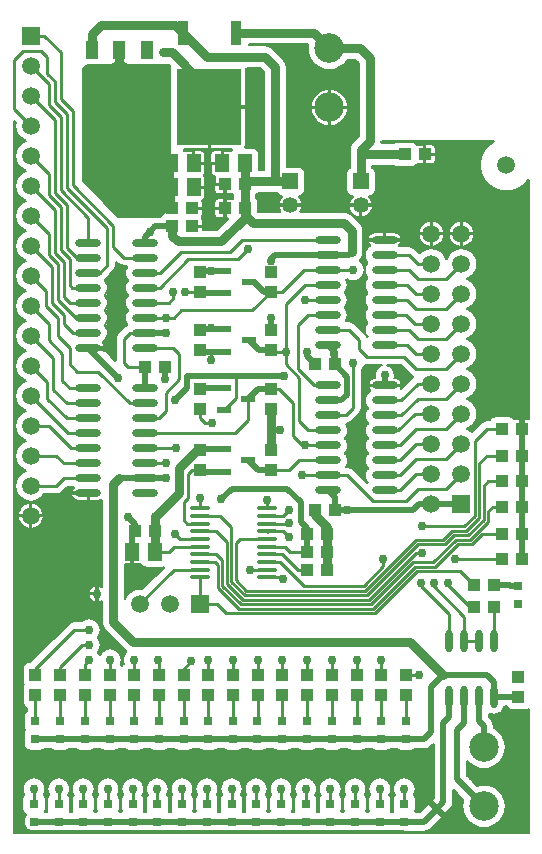
<source format=gtl>
%FSDAX24Y24*%
%MOIN*%
%SFA1B1*%

%IPPOS*%
%ADD10R,0.043300X0.039400*%
%ADD11R,0.039400X0.043300*%
%ADD12R,0.051200X0.059100*%
%ADD13R,0.031500X0.031500*%
%ADD14R,0.051200X0.023600*%
%ADD15O,0.086600X0.023600*%
%ADD16O,0.023600X0.074800*%
%ADD17O,0.070900X0.013800*%
%ADD18R,0.037400X0.082700*%
%ADD19R,0.216500X0.255900*%
%ADD20R,0.043300X0.061000*%
%ADD21R,0.043300X0.061000*%
%ADD22R,0.135800X0.061000*%
%ADD23C,0.059100*%
%ADD24C,0.020000*%
%ADD25C,0.030000*%
%ADD26C,0.010000*%
%ADD27C,0.053100*%
%ADD28R,0.053100X0.053100*%
%ADD29C,0.098400*%
%ADD30R,0.059100X0.059100*%
%ADD31R,0.059100X0.059100*%
%ADD32C,0.030000*%
%ADD37C,0.005000*%
%LNde-260124-1*%
%LPD*%
G54D37*
X023790Y039890D02*
X023779Y039784D01*
X023793Y039644*
X023833Y039508*
X023901Y039384*
X023990Y039274*
X024100Y039185*
X024224Y039118*
X024359Y039077*
X024500Y039063*
X024640Y039077*
X024775Y039118*
X024899Y039185*
X025009Y039274*
X025098Y039384*
X025110Y039406*
X025359*
X025472Y039293*
Y036856*
X025281Y036666*
X025222Y036589*
X025184Y036497*
X025172Y036401*
Y035805*
X025121Y035771*
X025072Y035696*
X025055Y035611*
Y035075*
X025072Y034990*
X025121Y034915*
X025196Y034866*
X025266Y034852*
X025267Y034851*
X025272Y034835*
X025271Y034834*
X025209Y034753*
X025169Y034658*
X025159Y034581*
X025550*
X025940*
X025930Y034658*
X025890Y034753*
X025828Y034834*
X025827Y034835*
X025832Y034851*
X025833Y034852*
X025903Y034866*
X025978Y034915*
X026027Y034990*
X026045Y035075*
Y035611*
X026027Y035696*
X025978Y035771*
X025928Y035805*
Y035872*
X026665*
X026711Y035841*
X026796Y035824*
X027234*
X027319Y035841*
X027393Y035890*
X027422Y035933*
X027418Y035935*
X027465Y035926*
X027660*
Y036250*
Y036574*
X027465*
X027418Y036564*
X027422Y036566*
X027393Y036609*
X027319Y036658*
X027234Y036676*
X026796*
X026711Y036658*
X026665Y036628*
X026252*
X026223Y036661*
X026224Y036674*
X026251Y036700*
X026295Y036692*
X029995*
X029998Y036679*
X029910Y036632*
X029777Y036522*
X029667Y036390*
X029585Y036237*
X029535Y036071*
X029518Y035900*
X029535Y035728*
X029585Y035562*
X029667Y035409*
X029777Y035277*
X029909Y035167*
X030062Y035085*
X030228Y035035*
X030400Y035018*
X030571Y035035*
X030737Y035085*
X030890Y035167*
X031022Y035277*
X031123Y035399*
X031110*
X031137Y035386*
Y027419*
X031144Y027421*
X030964Y027423*
X030935Y027428*
X030904Y027424*
X030715*
X030668Y027414*
X030672Y027416*
X030643Y027459*
X030569Y027508*
X030484Y027526*
X030046*
X029961Y027508*
X029887Y027459*
X029836Y027384*
X029835Y027380*
X029747*
X029642Y027359*
X029553Y027299*
X029244Y026991*
X029162Y027054*
X029077Y027089*
Y027110*
X029162Y027145*
X029270Y027229*
X029354Y027337*
X029407Y027464*
X029425Y027600*
X029407Y027735*
X029354Y027862*
X029270Y027970*
X029162Y028054*
X029077Y028089*
Y028110*
X029162Y028145*
X029270Y028229*
X029354Y028337*
X029407Y028464*
X029425Y028600*
X029407Y028735*
X029354Y028862*
X029270Y028970*
X029162Y029054*
X029077Y029089*
Y029110*
X029162Y029145*
X029270Y029229*
X029354Y029337*
X029407Y029464*
X029425Y029600*
X029407Y029735*
X029354Y029862*
X029270Y029970*
X029162Y030054*
X029077Y030089*
Y030110*
X029162Y030145*
X029270Y030229*
X029354Y030337*
X029407Y030464*
X029425Y030600*
X029407Y030735*
X029354Y030862*
X029270Y030970*
X029162Y031054*
X029077Y031089*
Y031110*
X029162Y031145*
X029270Y031229*
X029354Y031337*
X029407Y031464*
X029425Y031600*
X029407Y031735*
X029354Y031862*
X029270Y031970*
X029162Y032054*
X029077Y032089*
Y032110*
X029162Y032145*
X029270Y032229*
X029354Y032337*
X029407Y032464*
X029425Y032600*
X029407Y032735*
X029354Y032862*
X029270Y032970*
X029162Y033054*
X029035Y033107*
X028900Y033125*
X028764Y033107*
X028637Y033054*
X028529Y032970*
X028445Y032862*
X028410Y032777*
X028389*
X028354Y032862*
X028270Y032970*
X028162Y033054*
X028035Y033107*
X027900Y033125*
X027764Y033107*
X027637Y033054*
X027529Y032970*
X027518Y032957*
X027490Y032954*
X027345Y033099*
X027257Y033158*
X027152Y033180*
X026853*
X026827Y033200*
X026825Y033200*
X026823Y033220*
X026830Y033224*
X026883Y033305*
X026897Y033375*
X026340*
X025781*
X025795Y033305*
X025849Y033225*
X025855Y033221*
X025853Y033200*
X025851Y033200*
X025780Y033144*
X025725Y033072*
X025690Y032989*
X025678Y032900*
X025690Y032810*
X025725Y032727*
X025766Y032673*
X025769Y032650*
X025766Y032626*
X025725Y032572*
X025690Y032489*
X025678Y032400*
X025690Y032310*
X025725Y032227*
X025766Y032173*
X025769Y032150*
X025766Y032126*
X025725Y032072*
X025690Y031989*
X025678Y031900*
X025690Y031810*
X025725Y031727*
X025766Y031673*
X025769Y031650*
X025766Y031626*
X025725Y031572*
X025690Y031489*
X025678Y031400*
X025690Y031310*
X025725Y031227*
X025766Y031173*
X025769Y031150*
X025766Y031126*
X025725Y031072*
X025690Y030989*
X025678Y030900*
X025690Y030810*
X025725Y030727*
X025766Y030673*
X025769Y030650*
X025766Y030626*
X025725Y030572*
X025690Y030489*
X025678Y030400*
X025690Y030310*
X025725Y030227*
X025765Y030174*
X025766Y030172*
X025771Y030178*
X025767Y030178*
X025743Y030180*
X025699Y030245*
X025345Y030599*
X025257Y030658*
X025152Y030680*
X025056*
X025045Y030702*
X025064Y030727*
X025099Y030810*
X025111Y030900*
X025099Y030989*
X025064Y031072*
X025023Y031126*
X025020Y031150*
X025023Y031173*
X025064Y031227*
X025099Y031310*
X025111Y031400*
X025099Y031489*
X025064Y031572*
X025023Y031626*
X025020Y031650*
X025023Y031673*
X025064Y031727*
X025099Y031810*
X025111Y031900*
X025099Y031989*
X025065Y032071*
X025068Y032066*
X025079Y032096*
X025079Y032096*
X025110Y032072*
X025202Y032034*
X025300Y032021*
X025397Y032034*
X025489Y032072*
X025567Y032132*
X025627Y032210*
X025665Y032302*
X025678Y032400*
X025665Y032497*
X025627Y032589*
X025567Y032667*
X025524Y032700*
X025522Y032735*
X025517Y032731*
X025577Y032810*
X025615Y032902*
X025628Y032998*
Y033701*
X025615Y033797*
X025577Y033889*
X025518Y033966*
X025266Y034218*
X025189Y034277*
X025097Y034315*
X025001Y034328*
X023538*
X023530Y034345*
X023540Y034359*
X023580Y034454*
X023590Y034531*
X023200*
X022809*
X022819Y034454*
X022859Y034359*
X022869Y034345*
X022861Y034328*
X022130*
Y034649*
X022113Y034734*
X022062Y034809*
X022052Y034816*
Y034883*
X022062Y034890*
X022113Y034965*
X022113Y034966*
X022738*
X022771Y034915*
X022846Y034866*
X022916Y034852*
X022917Y034851*
X022922Y034835*
X022921Y034834*
X022859Y034753*
X022819Y034658*
X022809Y034581*
X023200*
X023590*
X023580Y034658*
X023540Y034753*
X023478Y034834*
X023477Y034835*
X023482Y034851*
X023483Y034852*
X023553Y034866*
X023628Y034915*
X023677Y034990*
X023695Y035075*
Y035611*
X023677Y035696*
X023628Y035771*
X023553Y035821*
X023468Y035838*
X023078*
Y039151*
X023065Y039247*
X023027Y039339*
X022968Y039416*
X022616Y039768*
X022539Y039827*
X022447Y039865*
X022351Y039878*
X021830*
X021816Y039895*
Y039922*
X023767*
X023790Y039890*
X021840Y039890D02*
Y039920D01*
X021890Y039890D02*
Y039920D01*
X021940Y039890D02*
Y039920D01*
X021990Y039890D02*
Y039920D01*
X022040Y039890D02*
Y039920D01*
X022090Y034780D02*
Y034930D01*
Y039890D02*
Y039920D01*
X022140Y034340D02*
Y034960D01*
Y039890D02*
Y039920D01*
X022190Y034340D02*
Y034960D01*
Y039890D02*
Y039920D01*
X022240Y034340D02*
Y034960D01*
Y039890D02*
Y039920D01*
X022290Y034340D02*
Y034960D01*
Y039890D02*
Y039920D01*
X022340Y034340D02*
Y034960D01*
Y039890D02*
Y039920D01*
X022390Y034340D02*
Y034960D01*
Y039890D02*
Y039920D01*
X022440Y034340D02*
Y034960D01*
Y039890D02*
Y039920D01*
X022490Y034340D02*
Y034960D01*
Y039870D02*
Y039920D01*
X022540Y034340D02*
Y034960D01*
Y039840D02*
Y039920D01*
X022590Y034340D02*
Y034960D01*
Y039810D02*
Y039920D01*
X022640Y034340D02*
Y034960D01*
Y039760D02*
Y039920D01*
X022690Y034340D02*
Y034960D01*
Y039710D02*
Y039920D01*
X022740Y034340D02*
Y034960D01*
Y039660D02*
Y039920D01*
X022790Y034340D02*
Y034900D01*
Y039610D02*
Y039920D01*
X022840Y034340D02*
Y034400D01*
Y034540D02*
Y034570D01*
Y034720D02*
Y034870D01*
Y039560D02*
Y039920D01*
X022890Y034540D02*
Y034570D01*
Y034810D02*
Y034850D01*
Y039510D02*
Y039920D01*
X022940Y034540D02*
Y034570D01*
Y039460D02*
Y039920D01*
X022990Y034540D02*
Y034570D01*
Y039410D02*
Y039920D01*
X023040Y034540D02*
Y034570D01*
Y039330D02*
Y039920D01*
X023090Y034540D02*
Y034570D01*
Y035850D02*
Y039920D01*
X023140Y034540D02*
Y034570D01*
Y035850D02*
Y039920D01*
X023190Y034540D02*
Y034570D01*
Y035850D02*
Y039920D01*
X023240Y034540D02*
Y034570D01*
Y035850D02*
Y039920D01*
X023290Y034540D02*
Y034570D01*
Y035850D02*
Y039920D01*
X023340Y034540D02*
Y034570D01*
Y035850D02*
Y039920D01*
X023390Y034540D02*
Y034570D01*
Y035850D02*
Y039920D01*
X023440Y034540D02*
Y034570D01*
Y035850D02*
Y039920D01*
X023490Y034540D02*
Y034570D01*
Y034830D02*
Y034850D01*
Y035850D02*
Y039920D01*
X023540Y034340D02*
Y034360D01*
Y034540D02*
Y034570D01*
Y034760D02*
Y034860D01*
Y035840D02*
Y039920D01*
X023590Y034340D02*
Y034890D01*
Y035810D02*
Y039920D01*
X023640Y034340D02*
Y034930D01*
Y035770D02*
Y039920D01*
X023690Y034340D02*
Y039920D01*
X023740Y034340D02*
Y039920D01*
X023790Y034340D02*
Y039630D01*
X023840Y034340D02*
Y039490D01*
X023890Y034340D02*
Y039390D01*
X023940Y034340D02*
Y039330D01*
X023990Y034340D02*
Y039260D01*
X024040Y034340D02*
Y039230D01*
X024090Y034340D02*
Y039190D01*
X024140Y034340D02*
Y039160D01*
X024190Y034340D02*
Y039130D01*
X024240Y034340D02*
Y039110D01*
X024290Y034340D02*
Y039090D01*
X024340Y034340D02*
Y039080D01*
X024390Y034340D02*
Y039070D01*
X024440Y034340D02*
Y039060D01*
X024490Y034340D02*
Y039060D01*
X024540Y034340D02*
Y039060D01*
X024590Y034340D02*
Y039070D01*
X024640Y034340D02*
Y039080D01*
X024690Y034340D02*
Y039090D01*
X024740Y034340D02*
Y039100D01*
X024790Y034340D02*
Y039120D01*
X024840Y034340D02*
Y039150D01*
X024890Y034340D02*
Y039180D01*
X024940Y034340D02*
Y039210D01*
X024990Y034340D02*
Y039250D01*
X025040Y031110D02*
Y031200D01*
Y031610D02*
Y031700D01*
Y034340D02*
Y039300D01*
X025090Y030690D02*
Y030790D01*
Y031020D02*
Y031290D01*
Y031520D02*
Y031790D01*
Y032030D02*
Y032080D01*
Y034340D02*
Y034960D01*
Y035740D02*
Y039360D01*
X025140Y030690D02*
Y032050D01*
Y034320D02*
Y034900D01*
Y035800D02*
Y039400D01*
X025190Y030690D02*
Y032030D01*
Y034290D02*
Y034570D01*
Y034720D02*
Y034870D01*
Y036540D02*
Y039400D01*
X025240Y030680D02*
Y032020D01*
Y034260D02*
Y034570D01*
Y034810D02*
Y034850D01*
Y036630D02*
Y039400D01*
X025290Y030650D02*
Y032020D01*
Y034210D02*
Y034570D01*
Y036700D02*
Y039400D01*
X025340Y030620D02*
Y032020D01*
Y034160D02*
Y034570D01*
Y036750D02*
Y039400D01*
X025390Y030570D02*
Y032020D01*
Y034110D02*
Y034570D01*
Y036800D02*
Y039370D01*
X025440Y030520D02*
Y032040D01*
Y034060D02*
Y034570D01*
Y036850D02*
Y039320D01*
X025490Y030470D02*
Y032070D01*
Y034010D02*
Y034570D01*
X025540Y030420D02*
Y032100D01*
Y032700D02*
Y032750D01*
Y033960D02*
Y034570D01*
X025590Y030370D02*
Y032150D01*
Y032660D02*
Y032830D01*
Y033880D02*
Y034570D01*
X025640Y030320D02*
Y032230D01*
Y032580D02*
Y034570D01*
X025690Y030270D02*
Y030300D01*
Y030510D02*
Y030800D01*
Y031010D02*
Y031300D01*
Y031510D02*
Y031800D01*
Y032010D02*
Y032300D01*
Y032510D02*
Y032800D01*
Y033010D02*
Y034570D01*
X025740Y030190D02*
Y030210D01*
Y030600D02*
Y030710D01*
Y031100D02*
Y031210D01*
Y031600D02*
Y031710D01*
Y032100D02*
Y032210D01*
Y032600D02*
Y032710D01*
Y033100D02*
Y034570D01*
X025790Y033160D02*
Y033330D01*
Y033380D02*
Y034570D01*
X025840Y033210D02*
Y033240D01*
Y033380D02*
Y034570D01*
Y034830D02*
Y034850D01*
X025890Y033380D02*
Y034570D01*
Y034760D02*
Y034860D01*
X025940Y033380D02*
Y034890D01*
Y035820D02*
Y035860D01*
X025990Y033380D02*
Y034930D01*
Y035770D02*
Y035860D01*
X026040Y033380D02*
Y035860D01*
X026090Y033380D02*
Y035860D01*
X026140Y033380D02*
Y035860D01*
X026190Y033380D02*
Y035860D01*
X026240Y033380D02*
Y035860D01*
Y036650D02*
Y036690D01*
X026290Y033380D02*
Y035860D01*
Y036640D02*
Y036690D01*
X026340Y033380D02*
Y035860D01*
Y036640D02*
Y036680D01*
X026390Y033380D02*
Y035860D01*
Y036640D02*
Y036680D01*
X026440Y033380D02*
Y035860D01*
Y036640D02*
Y036680D01*
X026490Y033380D02*
Y035860D01*
Y036640D02*
Y036680D01*
X026540Y033380D02*
Y035860D01*
Y036640D02*
Y036680D01*
X026590Y033380D02*
Y035860D01*
Y036640D02*
Y036680D01*
X026640Y033380D02*
Y035860D01*
Y036640D02*
Y036680D01*
X026690Y033380D02*
Y035850D01*
Y036660D02*
Y036680D01*
X026740Y033380D02*
Y035830D01*
Y036680D02*
D01*
X026790Y033380D02*
Y035820D01*
Y036690D02*
Y036680D01*
X026840Y033200D02*
Y033230D01*
Y033380D02*
Y035810D01*
Y036690D02*
Y036680D01*
X026890Y033190D02*
Y033340D01*
Y033380D02*
Y035810D01*
Y036690D02*
Y036680D01*
X026940Y033190D02*
Y035810D01*
Y036690D02*
Y036680D01*
X026990Y033190D02*
Y035810D01*
Y036690D02*
Y036680D01*
X027040Y033190D02*
Y035810D01*
Y036690D02*
Y036680D01*
X027090Y033190D02*
Y035810D01*
Y036690D02*
Y036680D01*
X027140Y033190D02*
Y035810D01*
Y036690D02*
Y036680D01*
X027190Y033190D02*
Y035810D01*
Y036690D02*
Y036680D01*
X027240Y033180D02*
Y035820D01*
Y036690D02*
Y036680D01*
X027290Y033150D02*
Y035830D01*
Y036680D02*
D01*
X027340Y033120D02*
Y035850D01*
Y036660D02*
Y036680D01*
X027390Y033070D02*
Y035890D01*
Y036620D02*
Y036680D01*
X027440Y033020D02*
Y035930D01*
Y036580D02*
Y036680D01*
X027490Y032970D02*
Y035920D01*
Y036580D02*
Y036680D01*
X027540Y032990D02*
Y035920D01*
Y036580D02*
Y036680D01*
X027590Y033030D02*
Y035920D01*
Y036580D02*
Y036680D01*
X027640Y033070D02*
Y035920D01*
Y036580D02*
Y036680D01*
X027690Y033090D02*
Y036680D01*
X027740Y033120D02*
Y036680D01*
X027790Y033130D02*
Y036680D01*
X027840Y033140D02*
Y036680D01*
X027890Y033140D02*
Y036680D01*
X027940Y033140D02*
Y036680D01*
X027990Y033130D02*
Y036680D01*
X028040Y033120D02*
Y036680D01*
X028090Y033100D02*
Y036680D01*
X028140Y033070D02*
Y036680D01*
X028190Y033040D02*
Y036680D01*
X028240Y033010D02*
Y036680D01*
X028290Y032960D02*
Y036680D01*
X028340Y032890D02*
Y036680D01*
X028390Y032790D02*
Y036680D01*
X028440Y032860D02*
Y036680D01*
X028490Y032930D02*
Y036680D01*
X028540Y032990D02*
Y036680D01*
X028590Y033030D02*
Y036680D01*
X028640Y033070D02*
Y036680D01*
X028690Y033090D02*
Y036680D01*
X028740Y033120D02*
Y036680D01*
X028790Y033130D02*
Y036680D01*
X028840Y033140D02*
Y036680D01*
X028890Y033140D02*
Y036680D01*
X028940Y033140D02*
Y036680D01*
X028990Y033130D02*
Y036680D01*
X029040Y033120D02*
Y036680D01*
X029090Y027100D02*
Y027110D01*
Y028100D02*
Y028110D01*
Y029100D02*
Y029110D01*
Y030100D02*
Y030110D01*
Y031100D02*
Y031110D01*
Y032100D02*
Y032110D01*
Y033100D02*
Y036680D01*
X029140Y027070D02*
Y027140D01*
Y028070D02*
Y028140D01*
Y029070D02*
Y029140D01*
Y030070D02*
Y030140D01*
Y031070D02*
Y031140D01*
Y032070D02*
Y032140D01*
Y033070D02*
Y036680D01*
X029190Y027040D02*
Y027170D01*
Y028040D02*
Y028170D01*
Y029040D02*
Y029170D01*
Y030040D02*
Y030170D01*
Y031040D02*
Y031170D01*
Y032040D02*
Y032170D01*
Y033040D02*
Y036680D01*
X029240Y027010D02*
Y027200D01*
Y028010D02*
Y028200D01*
Y029010D02*
Y029200D01*
Y030010D02*
Y030200D01*
Y031010D02*
Y031200D01*
Y032010D02*
Y032200D01*
Y033010D02*
Y036680D01*
X029290Y027060D02*
Y027250D01*
Y027960D02*
Y028250D01*
Y028960D02*
Y029250D01*
Y029960D02*
Y030250D01*
Y030960D02*
Y031250D01*
Y031960D02*
Y032250D01*
Y032960D02*
Y036680D01*
X029340Y027110D02*
Y027320D01*
Y027890D02*
Y028320D01*
Y028890D02*
Y029320D01*
Y029890D02*
Y030320D01*
Y030890D02*
Y031320D01*
Y031890D02*
Y032320D01*
Y032890D02*
Y036680D01*
X029390Y027160D02*
Y027420D01*
Y027790D02*
Y028420D01*
Y028790D02*
Y029420D01*
Y029790D02*
Y030420D01*
Y030790D02*
Y031420D01*
Y031790D02*
Y032420D01*
Y032790D02*
Y036680D01*
X029440Y027210D02*
Y036680D01*
X029490Y027260D02*
Y036680D01*
X029540Y027310D02*
Y035720D01*
Y036090D02*
Y036680D01*
X029590Y027340D02*
Y035550D01*
Y036260D02*
Y036680D01*
X029640Y027380D02*
Y035460D01*
Y036350D02*
Y036680D01*
X029690Y027380D02*
Y035380D01*
Y036430D02*
Y036680D01*
X029740Y027390D02*
Y035320D01*
Y036490D02*
Y036680D01*
X029790Y027390D02*
Y035270D01*
Y036540D02*
Y036680D01*
X029840Y027400D02*
Y035220D01*
Y036590D02*
Y036680D01*
X029890Y027480D02*
Y035180D01*
Y036630D02*
Y036680D01*
X029940Y027510D02*
Y035150D01*
Y036660D02*
Y036680D01*
X029990Y027530D02*
Y035120D01*
Y036690D02*
Y036680D01*
X030040Y027540D02*
Y035100D01*
X030090Y027540D02*
Y035080D01*
X030140Y027540D02*
Y035060D01*
X030190Y027540D02*
Y035050D01*
X030240Y027540D02*
Y035030D01*
X030290Y027540D02*
Y035030D01*
X030340Y027540D02*
Y035020D01*
X030390Y027540D02*
Y035020D01*
X030440Y027540D02*
Y035020D01*
X030490Y027540D02*
Y035030D01*
X030540Y027530D02*
Y035030D01*
X030590Y027510D02*
Y035040D01*
X030640Y027470D02*
Y035060D01*
X030690Y027430D02*
Y035070D01*
X030740Y027430D02*
Y035090D01*
X030790Y027430D02*
Y035110D01*
X030840Y027430D02*
Y035140D01*
X030890Y027430D02*
Y035170D01*
X030940Y027440D02*
Y035210D01*
X030990Y027430D02*
Y035250D01*
X031040Y027430D02*
Y035300D01*
X031090Y027430D02*
Y035360D01*
X025747Y029220D02*
X026266D01*
X026266Y029216*
X026265Y029216*
X026186Y029183*
X026118Y029131*
X026066Y029063*
X026033Y028984*
X026022Y028901*
Y028797*
X026032*
X025940Y028778*
X025859Y028725*
X025806Y028644*
X025792Y028575*
X026350*
X026907*
X026893Y028644*
X026840Y028725*
X026759Y028778*
X026667Y028797*
X026678*
Y028901*
X026666Y028984*
X026633Y029063*
X026581Y029131*
X026513Y029183*
X026434Y029216*
X026433Y029216*
X026433Y029220*
X026883*
X027204Y028900*
X027290Y028842*
X027283Y028844*
X027288Y028822*
X027254Y028799*
X026880Y028426*
X026876Y028429*
X026893Y028455*
X026907Y028525*
X026350*
X025792*
X025806Y028455*
X025859Y028375*
X025865Y028370*
X025864Y028350*
X025862Y028350*
X025790Y028294*
X025735Y028222*
X025700Y028139*
X025688Y028050*
X025700Y027960*
X025735Y027877*
X025776Y027823*
X025779Y027800*
X025776Y027776*
X025735Y027722*
X025700Y027639*
X025688Y027550*
X025700Y027460*
X025735Y027377*
X025776Y027323*
X025779Y027300*
X025776Y027276*
X025735Y027222*
X025700Y027139*
X025688Y027050*
X025700Y026960*
X025735Y026877*
X025776Y026823*
X025779Y026800*
X025776Y026776*
X025735Y026722*
X025700Y026639*
X025688Y026550*
X025700Y026460*
X025735Y026377*
X025776Y026323*
X025779Y026300*
X025776Y026276*
X025735Y026222*
X025700Y026139*
X025688Y026050*
X025700Y025960*
X025735Y025877*
X025776Y025823*
X025779Y025800*
X025776Y025776*
X025735Y025722*
X025700Y025639*
X025688Y025550*
X025700Y025460*
X025735Y025377*
X025776Y025324*
X025777Y025317*
X025773Y025311*
X025738Y025307*
X025296Y025749*
X025207Y025809*
X025102Y025830*
X025066*
X025055Y025852*
X025074Y025877*
X025109Y025960*
X025121Y026050*
X025109Y026139*
X025074Y026222*
X025033Y026276*
X025030Y026300*
X025033Y026323*
X025074Y026377*
X025109Y026460*
X025121Y026550*
X025109Y026639*
X025074Y026722*
X025033Y026776*
X025030Y026800*
X025033Y026823*
X025074Y026877*
X025109Y026960*
X025121Y027050*
X025109Y027139*
X025074Y027222*
X025055Y027248*
X025067Y027272*
X025157Y027291*
X025245Y027350*
X025499Y027603*
X025559Y027692*
X025580Y027797*
Y029048*
X025627Y029110*
X025665Y029202*
X025665Y029201*
X025703Y029229*
X025747Y029220*
X025050Y026260D02*
Y026350D01*
Y026760D02*
Y026850D01*
X025100Y025840D02*
Y025940D01*
Y026170D02*
Y026440D01*
Y026670D02*
Y026940D01*
Y027170D02*
Y027270D01*
X025150Y025840D02*
Y027280D01*
X025200Y025830D02*
Y027310D01*
X025250Y025800D02*
Y027350D01*
X025300Y025760D02*
Y027400D01*
X025350Y025710D02*
Y027450D01*
X025400Y025660D02*
Y027500D01*
X025450Y025610D02*
Y027550D01*
X025500Y025560D02*
Y027600D01*
X025550Y025510D02*
Y027670D01*
X025600Y025460D02*
Y029070D01*
X025650Y025410D02*
Y029150D01*
X025700Y025360D02*
Y025450D01*
Y025660D02*
Y025950D01*
Y026160D02*
Y026450D01*
Y026660D02*
Y026950D01*
Y027160D02*
Y027450D01*
Y027660D02*
Y027950D01*
Y028160D02*
Y029230D01*
X025750Y025320D02*
Y025360D01*
Y025750D02*
Y025860D01*
Y026250D02*
Y026360D01*
Y026750D02*
Y026860D01*
Y027250D02*
Y027360D01*
Y027750D02*
Y027860D01*
Y028250D02*
Y029210D01*
X025800Y028310D02*
Y028480D01*
Y028530D02*
Y028560D01*
Y028620D02*
Y029210D01*
X025850Y028360D02*
Y028390D01*
Y028530D02*
Y028560D01*
Y028730D02*
Y029210D01*
X025900Y028530D02*
Y028560D01*
Y028770D02*
Y029210D01*
X025950Y028530D02*
Y028560D01*
Y028800D02*
Y029210D01*
X026000Y028530D02*
Y028560D01*
Y028810D02*
Y029210D01*
X026050Y028530D02*
Y028560D01*
Y029040D02*
Y029210D01*
X026100Y028530D02*
Y028560D01*
Y029120D02*
Y029210D01*
X026150Y028530D02*
Y028560D01*
Y029170D02*
Y029210D01*
X026200Y028530D02*
Y028560D01*
Y029200D02*
Y029210D01*
X026250Y028530D02*
Y028560D01*
X026300Y028530D02*
Y028560D01*
X026350Y028530D02*
Y028560D01*
X026400Y028530D02*
Y028560D01*
X026450Y028530D02*
Y028560D01*
Y029220D02*
Y029210D01*
X026500Y028530D02*
Y028560D01*
Y029200D02*
Y029210D01*
X026550Y028530D02*
Y028560D01*
Y029170D02*
Y029210D01*
X026600Y028530D02*
Y028560D01*
Y029120D02*
Y029210D01*
X026650Y028530D02*
Y028560D01*
Y029030D02*
Y029210D01*
X026700Y028530D02*
Y028560D01*
Y028810D02*
Y029210D01*
X026750Y028530D02*
Y028560D01*
Y028800D02*
Y029210D01*
X026800Y028530D02*
Y028560D01*
Y028770D02*
Y029210D01*
X026850Y028530D02*
Y028560D01*
Y028730D02*
Y029210D01*
X026900Y028470D02*
Y028490D01*
Y028530D02*
Y028560D01*
Y028620D02*
Y029190D01*
X026950Y028520D02*
Y029140D01*
X027000Y028570D02*
Y029090D01*
X027050Y028620D02*
Y029040D01*
X027100Y028670D02*
Y028990D01*
X027150Y028720D02*
Y028940D01*
X027200Y028770D02*
Y028890D01*
X027250Y028820D02*
Y028860D01*
X017625Y039339D02*
X017739Y039225D01*
X019175*
Y034510*
X018839Y034175*
X017460*
X016275Y035360*
Y039089*
X016410Y039225*
X017260*
X017375Y039339*
Y039525*
X017625*
Y039339*
G54D26*
X017575Y039318D02*
X017718Y039175D01*
X019125*
Y034531*
X018818Y034225*
X017481*
X016325Y035381*
Y039068*
X016431Y039175*
X017281*
X017425Y039318*
Y039475*
X017575*
Y039318*
G54D24*
X017475Y039277D02*
X017677Y039075D01*
X019025*
Y034572*
X018777Y034325*
X017522*
X016425Y035422*
Y039027*
X016472Y039075*
X017322*
X017525Y039277*
Y039375*
X017475*
Y039277*
X016520Y035330D02*
Y039020D01*
X016720Y035130D02*
Y039020D01*
X016920Y034930D02*
Y039020D01*
X017120Y034730D02*
Y039020D01*
X017320Y034530D02*
Y039070D01*
X017520Y034330D02*
Y039220D01*
X017720Y034330D02*
Y039020D01*
X017920Y034330D02*
Y039020D01*
X018120Y034330D02*
Y039020D01*
X018320Y034330D02*
Y039020D01*
X018520Y034330D02*
Y039020D01*
X018720Y034330D02*
Y039020D01*
X018920Y034480D02*
Y039020D01*
G54D37*
X022322Y038993D02*
Y035722D01*
X022159*
Y036247*
X022141Y036332*
X022092Y036406*
X022017Y036457*
X021932Y036474*
X021719*
X021706Y036499*
X021702Y036492*
X021712Y036537*
Y037795*
X020527*
Y036413*
X021239*
X021247Y036390*
X021247Y036394*
X021227Y036364*
X021231Y036362*
X021184Y036372*
X020951*
Y035975*
X020901*
Y035925*
X020543*
Y035652*
X020552Y035606*
X020579Y035564*
X020621Y035537*
X020667Y035528*
X020683*
X020673Y035537*
X020687Y035505*
X020681Y035495*
X020672Y035449*
Y035275*
X020990*
Y035225*
X021040*
Y034926*
X021234*
X021281Y034935*
X021277Y034933*
X021296Y034905*
Y034794*
X021277Y034766*
X021281Y034764*
X021234Y034774*
X021040*
Y034450*
Y034126*
X021120*
X021126Y034110*
X020743Y033728*
X020278*
Y033825*
X019960*
Y033875*
X020278*
Y034049*
X020268Y034095*
X020242Y034134*
X020247Y034130*
Y034169*
X020242Y034165*
X020268Y034204*
X020278Y034250*
Y034425*
X019960*
Y034475*
X020278*
Y034649*
X020268Y034695*
X020258Y034711*
Y034702*
X020270Y034738*
X020267Y034734*
X020279Y034737*
X020320Y034764*
X020347Y034806*
X020357Y034852*
Y035125*
X019999*
Y035175*
X020357*
Y035447*
X020347Y035493*
X020320Y035534*
X020323Y035532*
Y035567*
X020320Y035565*
X020347Y035606*
X020357Y035652*
Y035925*
X019999*
Y035975*
X019949*
Y036372*
X019715*
X019668Y036362*
X019672Y036364*
X019652Y036394*
X019652Y036390*
X019660Y036413*
X020477*
Y037795*
X020527*
Y037845*
X021712*
Y039089*
X021739Y039122*
X022193*
X022322Y038993*
X019670Y036380D02*
Y036400D01*
X019720Y036380D02*
Y036400D01*
X019770Y036380D02*
Y036400D01*
X019820Y036380D02*
Y036400D01*
X019870Y036380D02*
Y036400D01*
X019920Y036380D02*
Y036400D01*
X019970Y033830D02*
Y033860D01*
Y034430D02*
Y034460D01*
Y035980D02*
Y036400D01*
X020020Y033830D02*
Y033860D01*
Y034430D02*
Y034460D01*
Y035130D02*
Y035160D01*
Y035930D02*
Y036400D01*
X020070Y033830D02*
Y033860D01*
Y034430D02*
Y034460D01*
Y035130D02*
Y035160D01*
Y035930D02*
Y036400D01*
X020120Y033830D02*
Y033860D01*
Y034430D02*
Y034460D01*
Y035130D02*
Y035160D01*
Y035930D02*
Y036400D01*
X020170Y033830D02*
Y033860D01*
Y034430D02*
Y034460D01*
Y035130D02*
Y035160D01*
Y035930D02*
Y036400D01*
X020220Y033830D02*
Y033860D01*
Y034430D02*
Y034460D01*
Y035130D02*
Y035160D01*
Y035930D02*
Y036400D01*
X020270Y033830D02*
Y033860D01*
Y034110D02*
Y034200D01*
Y034430D02*
Y034460D01*
Y034710D02*
Y034730D01*
Y035130D02*
Y035160D01*
Y035930D02*
Y036400D01*
X020320Y033740D02*
Y034760D01*
Y035130D02*
Y035160D01*
Y035540D02*
Y035570D01*
Y035930D02*
Y036400D01*
X020370Y033740D02*
Y036400D01*
X020420Y033740D02*
Y036400D01*
X020470Y033740D02*
Y036400D01*
X020520Y033740D02*
Y037780D01*
X020570Y033740D02*
Y035570D01*
Y035930D02*
Y036400D01*
Y037800D02*
Y037830D01*
X020620Y033740D02*
Y035530D01*
Y035930D02*
Y036400D01*
Y037800D02*
Y037830D01*
X020670Y033740D02*
Y035260D01*
Y035470D02*
Y035520D01*
Y035930D02*
Y036400D01*
Y037800D02*
Y037830D01*
X020720Y033740D02*
Y035260D01*
Y035930D02*
Y036400D01*
Y037800D02*
Y037830D01*
X020770Y033770D02*
Y035260D01*
Y035930D02*
Y036400D01*
Y037800D02*
Y037830D01*
X020820Y033820D02*
Y035260D01*
Y035930D02*
Y036400D01*
Y037800D02*
Y037830D01*
X020870Y033870D02*
Y035260D01*
Y035930D02*
Y036400D01*
Y037800D02*
Y037830D01*
X020920Y033920D02*
Y035260D01*
Y035980D02*
Y036400D01*
Y037800D02*
Y037830D01*
X020970Y033970D02*
Y035260D01*
Y036380D02*
Y036400D01*
Y037800D02*
Y037830D01*
X021020Y034020D02*
Y035210D01*
Y036380D02*
Y036400D01*
Y037800D02*
Y037830D01*
X021070Y034070D02*
Y034120D01*
Y034780D02*
Y034920D01*
Y036380D02*
Y036400D01*
Y037800D02*
Y037830D01*
X021120Y034120D02*
D01*
Y034780D02*
Y034920D01*
Y036380D02*
Y036400D01*
Y037800D02*
Y037830D01*
X021170Y034780D02*
Y034920D01*
Y036380D02*
Y036400D01*
Y037800D02*
Y037830D01*
X021220Y034780D02*
Y034920D01*
Y036380D02*
Y036400D01*
Y037800D02*
Y037830D01*
X021270Y034780D02*
Y034930D01*
Y037800D02*
Y037830D01*
X021320Y037800D02*
Y037830D01*
X021370Y037800D02*
Y037830D01*
X021420Y037800D02*
Y037830D01*
X021470Y037800D02*
Y037830D01*
X021520Y037800D02*
Y037830D01*
X021570Y037800D02*
Y037830D01*
X021620Y037800D02*
Y037830D01*
X021670Y037800D02*
Y037830D01*
X021720Y036480D02*
Y039100D01*
X021770Y036480D02*
Y039120D01*
X021820Y036480D02*
Y039120D01*
X021870Y036480D02*
Y039120D01*
X021920Y036480D02*
Y039120D01*
X021970Y036480D02*
Y039120D01*
X022020Y036470D02*
Y039120D01*
X022070Y036440D02*
Y039120D01*
X022120Y036380D02*
Y039120D01*
X022170Y035730D02*
Y039120D01*
X022220Y035730D02*
Y039080D01*
X022270Y035730D02*
Y039030D01*
X017450Y032603D02*
X017539Y032544D01*
X017643Y032524*
X017738*
X017749Y032501*
X017730Y032476*
X017695Y032393*
X017683Y032304*
X017695Y032213*
X017730Y032130*
X017771Y032076*
X017774Y032053*
X017771Y032030*
X017730Y031976*
X017695Y031893*
X017683Y031804*
X017695Y031713*
X017730Y031630*
X017771Y031576*
X017774Y031553*
X017771Y031530*
X017730Y031476*
X017695Y031393*
X017683Y031304*
X017695Y031214*
X017730Y031130*
X017771Y031076*
X017774Y031053*
X017771Y031030*
X017730Y030976*
X017695Y030893*
X017683Y030804*
X017695Y030714*
X017730Y030630*
X017760Y030591*
X017751Y030563*
X017746Y030561*
X017657Y030503*
X017450Y030296*
X017390Y030207*
X017370Y030102*
Y029378*
X017350Y029370*
X017005Y029716*
X016999Y029707*
X017013Y029779*
X016480*
Y029829*
X017013*
X016999Y029898*
X016945Y029978*
X016939Y029982*
X016941Y030003*
X016943Y030004*
X017014Y030059*
X017069Y030130*
X017104Y030213*
X017116Y030304*
X017104Y030393*
X017069Y030476*
X017028Y030530*
X017025Y030553*
X017028Y030576*
X017069Y030630*
X017104Y030714*
X017116Y030804*
X017104Y030893*
X017069Y030976*
X017028Y031030*
X017025Y031053*
X017028Y031076*
X017069Y031130*
X017104Y031214*
X017116Y031304*
X017104Y031393*
X017069Y031476*
X017028Y031530*
X017025Y031553*
X017028Y031576*
X017069Y031630*
X017104Y031713*
X017116Y031804*
X017104Y031893*
X017069Y031976*
X017028Y032030*
X017025Y032053*
X017028Y032076*
X017048Y032102*
X017048Y032102*
X017299Y032354*
X017358Y032442*
X017380Y032547*
Y032652*
X017395Y032658*
X017450Y032603*
G54D26*
X017418Y032564D02*
X017519Y032497D01*
X017638Y032474*
X017707*
X017690Y032507*
X017687Y032501*
X017646Y032406*
X017633Y032304*
X017646Y032200*
X017686Y032105*
X017723Y032056*
X017724Y032053*
X017723Y032050*
X017686Y032001*
X017646Y031906*
X017633Y031804*
X017646Y031700*
X017686Y031605*
X017723Y031556*
X017724Y031553*
X017723Y031550*
X017686Y031501*
X017646Y031406*
X017633Y031303*
X017646Y031201*
X017686Y031105*
X017723Y031056*
X017724Y031053*
X017723Y031050*
X017686Y031001*
X017646Y030906*
X017633Y030803*
X017646Y030701*
X017686Y030605*
X017704Y030581*
X017711Y030601*
X017723Y030606*
X017625Y030542*
X017411Y030328*
X017343Y030227*
X017320Y030107*
Y029411*
X017362Y029429*
X017000Y029792*
X017090Y029911*
X017073Y029829*
X016530*
X016505Y029804*
X017075Y029775*
X017046Y029918*
X016981Y030014*
X016992Y030006*
X016988Y029973*
X016972Y029963*
X017050Y030023*
X017113Y030105*
X017153Y030200*
X017166Y030304*
X017153Y030406*
X017113Y030501*
X017076Y030550*
X017075Y030553*
X017076Y030556*
X017113Y030605*
X017153Y030701*
X017166Y030803*
X017153Y030906*
X017113Y031001*
X017076Y031050*
X017075Y031053*
X017076Y031056*
X017113Y031105*
X017153Y031201*
X017166Y031303*
X017153Y031406*
X017113Y031501*
X017076Y031550*
X017075Y031553*
X017076Y031556*
X017113Y031605*
X017153Y031700*
X017166Y031804*
X017153Y031906*
X017113Y032001*
X017076Y032050*
X017075Y032053*
X017076Y032056*
X017085Y032067*
X017338Y032322*
X017405Y032422*
X017430Y032542*
Y032618*
X017383Y032599*
X017418Y032564*
X016550Y029810D02*
Y029820D01*
X016650Y029810D02*
Y029820D01*
X016750Y029810D02*
Y029820D01*
X016850Y029810D02*
Y029820D01*
X016950Y029810D02*
Y029820D01*
X017050Y029750D02*
Y029780D01*
Y029850D02*
Y029840D01*
Y029930D02*
Y030020D01*
X017150Y029650D02*
Y030200D01*
Y030430D02*
Y030700D01*
Y030930D02*
Y031200D01*
Y031430D02*
Y031700D01*
Y031930D02*
Y032120D01*
X017250Y029550D02*
Y032220D01*
X017350Y030270D02*
Y032320D01*
X017450Y030390D02*
Y032540D01*
X017550Y030490D02*
Y032480D01*
X017650Y030570D02*
Y030680D01*
Y030930D02*
Y031180D01*
Y031430D02*
Y031680D01*
Y031930D02*
Y032180D01*
Y032430D02*
Y032460D01*
G54D37*
X014040Y037313D02*
X014024Y037200D01*
X014042Y037064*
X014095Y036937*
X014179Y036829*
X014287Y036745*
X014373Y036710*
Y036689*
X014287Y036654*
X014179Y036570*
X014095Y036462*
X014042Y036335*
X014024Y036200*
X014042Y036064*
X014095Y035937*
X014179Y035829*
X014287Y035745*
X014373Y035710*
Y035689*
X014287Y035654*
X014179Y035570*
X014095Y035462*
X014042Y035335*
X014024Y035200*
X014042Y035064*
X014095Y034937*
X014179Y034829*
X014287Y034745*
X014373Y034710*
Y034689*
X014287Y034654*
X014179Y034570*
X014095Y034462*
X014042Y034335*
X014024Y034200*
X014042Y034064*
X014095Y033937*
X014179Y033829*
X014287Y033745*
X014373Y033710*
Y033689*
X014287Y033654*
X014179Y033570*
X014095Y033462*
X014042Y033335*
X014024Y033200*
X014042Y033064*
X014095Y032937*
X014179Y032829*
X014287Y032745*
X014373Y032710*
Y032689*
X014287Y032654*
X014179Y032570*
X014095Y032462*
X014042Y032335*
X014024Y032200*
X014042Y032064*
X014095Y031937*
X014179Y031829*
X014287Y031745*
X014373Y031710*
Y031689*
X014287Y031654*
X014179Y031570*
X014095Y031462*
X014042Y031335*
X014024Y031200*
X014042Y031064*
X014095Y030937*
X014179Y030829*
X014287Y030745*
X014373Y030710*
Y030689*
X014287Y030654*
X014179Y030570*
X014095Y030462*
X014042Y030335*
X014024Y030200*
X014042Y030064*
X014095Y029937*
X014179Y029829*
X014287Y029745*
X014373Y029710*
Y029689*
X014287Y029654*
X014179Y029570*
X014095Y029462*
X014042Y029335*
X014024Y029200*
X014042Y029064*
X014095Y028937*
X014179Y028829*
X014287Y028745*
X014373Y028710*
Y028689*
X014287Y028654*
X014179Y028570*
X014095Y028462*
X014042Y028335*
X014024Y028200*
X014042Y028064*
X014095Y027937*
X014179Y027829*
X014287Y027745*
X014373Y027710*
Y027689*
X014287Y027654*
X014179Y027570*
X014095Y027462*
X014042Y027335*
X014024Y027200*
X014042Y027064*
X014095Y026937*
X014179Y026829*
X014287Y026745*
X014373Y026710*
Y026689*
X014287Y026654*
X014179Y026570*
X014095Y026462*
X014042Y026335*
X014024Y026200*
X014042Y026064*
X014095Y025937*
X014179Y025829*
X014287Y025745*
X014373Y025710*
Y025689*
X014287Y025654*
X014179Y025570*
X014095Y025462*
X014042Y025335*
X014024Y025200*
X014042Y025064*
X014095Y024937*
X014179Y024829*
X014287Y024745*
X014414Y024692*
X014550Y024674*
X014685Y024692*
X014812Y024745*
X014920Y024829*
X014991Y024920*
X015402*
X015507Y024940*
X015596Y025000*
X015769Y025174*
X015946*
X015971Y025154*
X015974Y025153*
X015976Y025133*
X015969Y025129*
X015916Y025048*
X015902Y024979*
X016435*
Y024929*
X016485*
Y024706*
X016777*
X016869Y024724*
X016898Y024743*
X016922Y024731*
Y021843*
X016898Y021831*
X016857Y021858*
X016775Y021875*
Y021600*
Y021324*
X016857Y021341*
X016898Y021368*
X016922Y021356*
Y020648*
X016934Y020552*
X016972Y020460*
X017031Y020383*
X017683Y019731*
X017725Y019699*
X017727Y019664*
X017732Y019668*
X017672Y019589*
X017634Y019497*
X017621Y019400*
X017634Y019302*
X017647Y019272*
X017633Y019262*
X017584Y019189*
X017587Y019200*
X017575*
X017578Y019189*
X017541Y019244*
X017565Y019302*
X017578Y019400*
X017565Y019497*
X017527Y019589*
X017467Y019667*
X017389Y019727*
X017297Y019765*
X017200Y019778*
X017102Y019765*
X017010Y019727*
X016932Y019667*
X016872Y019589*
X016860Y019560*
X016839*
X016827Y019589*
X016799Y019625*
X016781Y019650*
X016800Y019675*
X016827Y019710*
X016865Y019802*
X016878Y019900*
X016865Y019997*
X016827Y020089*
X016799Y020125*
X016781Y020150*
X016800Y020175*
X016827Y020210*
X016865Y020302*
X016878Y020400*
X016865Y020497*
X016827Y020589*
X016767Y020667*
X016689Y020727*
X016597Y020765*
X016500Y020778*
X016402Y020765*
X016310Y020727*
X016248Y020680*
X015997*
X015892Y020658*
X015804Y020599*
X014534Y019330*
X014500*
X014415Y019313*
X014340Y019262*
X014291Y019188*
X014274Y019103*
Y018665*
X014291Y018580*
X014311Y018550*
X014291Y018519*
X014274Y018434*
Y017996*
X014291Y017911*
X014340Y017837*
X014415Y017786*
X014420Y017785*
Y017691*
X014380Y017665*
X014330Y017590*
X014314Y017505*
Y017185*
X014330Y017100*
X014363Y017050*
X014330Y016999*
X014314Y016914*
Y016594*
X014330Y016509*
X014379Y016434*
X014454Y016385*
X014540Y016368*
X014859*
X014945Y016385*
X015007Y016427*
X015215*
X015278Y016385*
X015363Y016368*
X015683*
X015768Y016385*
X015831Y016427*
X016038*
X016101Y016385*
X016186Y016368*
X016506*
X016591Y016385*
X016654Y016427*
X016862*
X016924Y016385*
X017010Y016368*
X017329*
X017415Y016385*
X017477Y016427*
X017685*
X017748Y016385*
X017833Y016368*
X018153*
X018238Y016385*
X018301Y016427*
X018508*
X018571Y016385*
X018656Y016368*
X018976*
X019061Y016385*
X019124Y016427*
X019332*
X019394Y016385*
X019480Y016368*
X019799*
X019885Y016385*
X019947Y016427*
X020155*
X020218Y016385*
X020303Y016368*
X020623*
X020708Y016385*
X020771Y016427*
X020978*
X021041Y016385*
X021126Y016368*
X021446*
X021531Y016385*
X021594Y016427*
X021792*
X021854Y016385*
X021940Y016368*
X022259*
X022345Y016385*
X022407Y016427*
X022625*
X022688Y016385*
X022773Y016368*
X023093*
X023178Y016385*
X023241Y016427*
X023448*
X023511Y016385*
X023596Y016368*
X023916*
X024001Y016385*
X024064Y016427*
X024272*
X024334Y016385*
X024420Y016368*
X024739*
X024825Y016385*
X024887Y016427*
X025095*
X025158Y016385*
X025243Y016368*
X025563*
X025648Y016385*
X025711Y016427*
X025918*
X025981Y016385*
X026066Y016368*
X026386*
X026471Y016385*
X026534Y016427*
X026742*
X026804Y016385*
X026890Y016368*
X027209*
X027295Y016385*
X027357Y016427*
X027656*
X027739Y016437*
X027818Y016471*
X027885Y016522*
X027956Y016593*
X027972Y016587*
Y014785*
X027518Y014332*
X027378*
X027369Y014349*
X027369Y014350*
X027386Y014435*
Y014755*
X027369Y014840*
X027325Y014906*
X027325Y014907*
X027327Y014910*
X027365Y015002*
X027378Y015100*
X027365Y015197*
X027327Y015289*
X027267Y015367*
X027189Y015427*
X027097Y015465*
X027000Y015478*
X026902Y015465*
X026810Y015427*
X026732Y015367*
X026672Y015289*
X026634Y015197*
X026621Y015100*
X026634Y015002*
X026672Y014910*
X026674Y014907*
X026674Y014906*
X026630Y014840*
X026614Y014755*
Y014435*
X026629Y014359*
Y014360*
X026614Y014337*
X026561*
X026547Y014358*
X026547Y014358*
X026563Y014435*
Y014755*
X026546Y014840*
X026501Y014906*
X026501Y014907*
X026503Y014910*
X026542Y015002*
X026555Y015100*
X026542Y015197*
X026503Y015289*
X026443Y015367*
X026365Y015427*
X026274Y015465*
X026177Y015478*
X026078Y015465*
X025987Y015427*
X025909Y015367*
X025849Y015289*
X025811Y015197*
X025798Y015100*
X025811Y015002*
X025849Y014910*
X025851Y014907*
X025851Y014906*
X025807Y014840*
X025790Y014755*
Y014435*
X025805Y014358*
X025805Y014358*
X025791Y014337*
X025738*
X025724Y014358*
X025724Y014358*
X025740Y014435*
Y014755*
X025722Y014840*
X025678Y014906*
X025678Y014907*
X025680Y014910*
X025718Y015002*
X025731Y015100*
X025718Y015197*
X025680Y015289*
X025620Y015367*
X025542Y015427*
X025451Y015465*
X025352Y015478*
X025255Y015465*
X025164Y015427*
X025086Y015367*
X025026Y015289*
X024987Y015197*
X024974Y015100*
X024987Y015002*
X025026Y014910*
X025028Y014907*
X025028Y014906*
X024983Y014840*
X024967Y014755*
Y014435*
X024982Y014358*
X024982Y014358*
X024968Y014337*
X024915*
X024901Y014360*
Y014359*
X024916Y014435*
Y014755*
X024899Y014840*
X024855Y014906*
X024855Y014907*
X024857Y014910*
X024895Y015002*
X024908Y015100*
X024895Y015197*
X024857Y015289*
X024797Y015367*
X024719Y015427*
X024627Y015465*
X024530Y015478*
X024432Y015465*
X024340Y015427*
X024262Y015367*
X024202Y015289*
X024164Y015197*
X024151Y015100*
X024164Y015002*
X024202Y014910*
X024204Y014907*
X024204Y014906*
X024160Y014840*
X024144Y014755*
Y014435*
X024159Y014359*
Y014360*
X024144Y014337*
X024091*
X024077Y014358*
X024077Y014358*
X024093Y014435*
Y014755*
X024076Y014840*
X024031Y014906*
X024031Y014907*
X024033Y014910*
X024072Y015002*
X024085Y015100*
X024072Y015197*
X024033Y015289*
X023973Y015367*
X023895Y015427*
X023804Y015465*
X023707Y015478*
X023608Y015465*
X023517Y015427*
X023439Y015367*
X023379Y015289*
X023341Y015197*
X023328Y015100*
X023341Y015002*
X023379Y014910*
X023381Y014907*
X023381Y014906*
X023337Y014840*
X023320Y014755*
Y014435*
X023335Y014358*
X023335Y014358*
X023321Y014337*
X023268*
X023254Y014358*
X023254Y014358*
X023270Y014435*
Y014755*
X023252Y014840*
X023208Y014906*
X023208Y014907*
X023210Y014910*
X023248Y015002*
X023261Y015100*
X023248Y015197*
X023210Y015289*
X023150Y015367*
X023072Y015427*
X022981Y015465*
X022882Y015478*
X022785Y015465*
X022694Y015427*
X022616Y015367*
X022556Y015289*
X022517Y015197*
X022504Y015100*
X022517Y015002*
X022556Y014910*
X022558Y014907*
X022558Y014906*
X022513Y014840*
X022497Y014755*
Y014435*
X022512Y014358*
X022512Y014358*
X022498Y014337*
X022445*
X022431Y014360*
Y014359*
X022446Y014435*
Y014755*
X022429Y014840*
X022385Y014906*
X022385Y014907*
X022387Y014910*
X022425Y015002*
X022438Y015100*
X022425Y015197*
X022387Y015289*
X022327Y015367*
X022249Y015427*
X022157Y015465*
X022060Y015478*
X021962Y015465*
X021870Y015427*
X021792Y015367*
X021732Y015289*
X021694Y015197*
X021681Y015100*
X021694Y015002*
X021732Y014910*
X021734Y014907*
X021734Y014906*
X021690Y014840*
X021674Y014755*
Y014435*
X021689Y014359*
Y014360*
X021674Y014337*
X021621*
X021607Y014358*
X021607Y014358*
X021623Y014435*
Y014755*
X021606Y014840*
X021561Y014906*
X021561Y014907*
X021563Y014910*
X021602Y015002*
X021615Y015100*
X021602Y015197*
X021563Y015289*
X021503Y015367*
X021425Y015427*
X021334Y015465*
X021237Y015478*
X021138Y015465*
X021047Y015427*
X020969Y015367*
X020909Y015289*
X020871Y015197*
X020858Y015100*
X020871Y015002*
X020909Y014910*
X020911Y014907*
X020911Y014906*
X020867Y014840*
X020850Y014755*
Y014435*
X020865Y014358*
X020865Y014358*
X020851Y014337*
X020798*
X020784Y014358*
X020784Y014358*
X020800Y014435*
Y014755*
X020782Y014840*
X020738Y014906*
X020738Y014907*
X020740Y014910*
X020778Y015002*
X020791Y015100*
X020778Y015197*
X020740Y015289*
X020680Y015367*
X020602Y015427*
X020511Y015465*
X020412Y015478*
X020315Y015465*
X020224Y015427*
X020146Y015367*
X020086Y015289*
X020047Y015197*
X020034Y015100*
X020047Y015002*
X020086Y014910*
X020088Y014907*
X020088Y014906*
X020043Y014840*
X020027Y014755*
Y014435*
X020042Y014358*
X020042Y014358*
X020028Y014337*
X019975*
X019961Y014360*
Y014359*
X019976Y014435*
Y014755*
X019959Y014840*
X019915Y014906*
X019915Y014907*
X019917Y014910*
X019955Y015002*
X019968Y015100*
X019955Y015197*
X019917Y015289*
X019857Y015367*
X019779Y015427*
X019687Y015465*
X019590Y015478*
X019492Y015465*
X019400Y015427*
X019322Y015367*
X019262Y015289*
X019224Y015197*
X019211Y015100*
X019224Y015002*
X019262Y014910*
X019264Y014907*
X019264Y014906*
X019220Y014840*
X019204Y014755*
Y014435*
X019219Y014359*
Y014360*
X019204Y014337*
X019151*
X019137Y014358*
X019137Y014358*
X019153Y014435*
Y014755*
X019136Y014840*
X019091Y014906*
X019091Y014907*
X019093Y014910*
X019132Y015002*
X019145Y015100*
X019132Y015197*
X019093Y015289*
X019033Y015367*
X018955Y015427*
X018864Y015465*
X018767Y015478*
X018668Y015465*
X018577Y015427*
X018499Y015367*
X018439Y015289*
X018401Y015197*
X018388Y015100*
X018401Y015002*
X018439Y014910*
X018441Y014907*
X018441Y014906*
X018397Y014840*
X018380Y014755*
Y014435*
X018395Y014358*
X018395Y014358*
X018381Y014337*
X018328*
X018314Y014358*
X018314Y014358*
X018330Y014435*
Y014755*
X018312Y014840*
X018268Y014906*
X018268Y014907*
X018270Y014910*
X018308Y015002*
X018321Y015100*
X018308Y015197*
X018270Y015289*
X018210Y015367*
X018132Y015427*
X018041Y015465*
X017942Y015478*
X017845Y015465*
X017754Y015427*
X017676Y015367*
X017616Y015289*
X017577Y015197*
X017564Y015100*
X017577Y015002*
X017616Y014910*
X017618Y014907*
X017618Y014906*
X017573Y014840*
X017557Y014755*
Y014435*
X017572Y014358*
X017572Y014358*
X017558Y014337*
X017505*
X017491Y014360*
Y014359*
X017506Y014435*
Y014755*
X017489Y014840*
X017445Y014906*
X017445Y014907*
X017447Y014910*
X017485Y015002*
X017498Y015100*
X017485Y015197*
X017447Y015289*
X017387Y015367*
X017309Y015427*
X017217Y015465*
X017120Y015478*
X017022Y015465*
X016930Y015427*
X016852Y015367*
X016792Y015289*
X016754Y015197*
X016741Y015100*
X016754Y015002*
X016792Y014910*
X016794Y014907*
X016794Y014906*
X016750Y014840*
X016734Y014755*
Y014435*
X016749Y014359*
Y014360*
X016734Y014337*
X016681*
X016667Y014358*
X016667Y014358*
X016683Y014435*
Y014755*
X016666Y014840*
X016621Y014906*
X016621Y014907*
X016623Y014910*
X016662Y015002*
X016675Y015100*
X016662Y015197*
X016623Y015289*
X016563Y015367*
X016485Y015427*
X016394Y015465*
X016297Y015478*
X016198Y015465*
X016107Y015427*
X016029Y015367*
X015969Y015289*
X015931Y015197*
X015918Y015100*
X015931Y015002*
X015969Y014910*
X015971Y014907*
X015971Y014906*
X015927Y014840*
X015910Y014755*
Y014435*
X015925Y014358*
X015925Y014358*
X015911Y014337*
X015858*
X015844Y014358*
X015844Y014358*
X015860Y014435*
Y014755*
X015842Y014840*
X015798Y014906*
X015798Y014907*
X015800Y014910*
X015838Y015002*
X015851Y015100*
X015838Y015197*
X015800Y015289*
X015740Y015367*
X015662Y015427*
X015571Y015465*
X015472Y015478*
X015375Y015465*
X015284Y015427*
X015206Y015367*
X015146Y015289*
X015107Y015197*
X015094Y015100*
X015107Y015002*
X015146Y014910*
X015148Y014907*
X015148Y014906*
X015103Y014840*
X015087Y014755*
Y014435*
X015102Y014358*
X015102Y014358*
X015088Y014337*
X015028*
X015019Y014353*
X015019Y014353*
X015036Y014440*
Y014759*
X015019Y014845*
X014975Y014912*
X014976Y014908*
X014977Y014909*
X015015Y015002*
X015028Y015100*
X015015Y015197*
X014977Y015289*
X014917Y015367*
X014839Y015427*
X014747Y015465*
X014650Y015478*
X014552Y015465*
X014460Y015427*
X014382Y015367*
X014322Y015289*
X014284Y015197*
X014271Y015100*
X014284Y015002*
X014322Y014909*
X014323Y014908*
X014325Y014912*
X014280Y014845*
X014264Y014759*
Y014440*
X014280Y014354*
X014329Y014279*
X014371Y014252*
X014383Y014239*
X014377Y014221*
X014374Y014218*
X014366Y014169*
Y014174*
X014366Y014175*
X014333Y014094*
X014321Y014008*
X014333Y013924*
X014366Y013843*
X014366Y013844*
Y013849*
X014374Y013803*
X014402Y013761*
X014444Y013734*
X014490Y013725*
X014486*
X014486Y013725*
X014565Y013692*
X014648Y013682*
X026962*
X026998Y013677*
X027656*
X027739Y013687*
X027818Y013721*
X027885Y013772*
X028532Y014419*
X028583Y014486*
X028616Y014565*
X028628Y014648*
Y015053*
X028643Y015059*
X028966Y014734*
X028943Y014655*
X028929Y014516*
X028943Y014375*
X028983Y014240*
X029051Y014115*
X029140Y014006*
X029250Y013916*
X029374Y013849*
X029509Y013809*
X029650Y013794*
X029790Y013809*
X029925Y013849*
X030049Y013916*
X030159Y014006*
X030248Y014115*
X030316Y014240*
X030356Y014375*
X030370Y014516*
X030356Y014655*
X030316Y014791*
X030248Y014915*
X030159Y015025*
X030049Y015114*
X029925Y015181*
X029790Y015222*
X029650Y015236*
X029509Y015222*
X029430Y015198*
X029078Y015551*
Y016024*
X029094Y016030*
X029140Y015974*
X029250Y015885*
X029374Y015818*
X029509Y015777*
X029650Y015763*
X029790Y015777*
X029925Y015818*
X030049Y015885*
X030159Y015974*
X030248Y016084*
X030316Y016208*
X030356Y016344*
X030370Y016483*
X030356Y016624*
X030316Y016759*
X030248Y016884*
X030159Y016993*
X030049Y017083*
X029978Y017122*
Y017201*
X029966Y017284*
X029933Y017363*
X029882Y017430*
X029828Y017485*
Y017596*
X029853Y017608*
X029910Y017584*
X030000Y017572*
X030089Y017584*
X030172Y017619*
X030244Y017674*
X030299Y017745*
X030334Y017829*
X030336Y017847*
X030403*
X030395Y017855*
X030440Y017787*
X030515Y017736*
X030600Y017720*
X030999*
X031084Y017736*
X031113Y017755*
X031137Y017743*
Y013630*
X013980*
Y037352*
X013995Y037358*
X014040Y037313*
X014000Y013640D02*
Y037360D01*
X014050Y013640D02*
Y025030D01*
Y025380D02*
Y026030D01*
Y026380D02*
Y027030D01*
Y027380D02*
Y028030D01*
Y028380D02*
Y029030D01*
Y029380D02*
Y030030D01*
Y030380D02*
Y031030D01*
Y031380D02*
Y032030D01*
Y032380D02*
Y033030D01*
Y033380D02*
Y034030D01*
Y034380D02*
Y035030D01*
Y035380D02*
Y036030D01*
Y036380D02*
Y037030D01*
X014100Y013640D02*
Y024930D01*
Y025480D02*
Y025930D01*
Y026480D02*
Y026930D01*
Y027480D02*
Y027930D01*
Y028480D02*
Y028930D01*
Y029480D02*
Y029930D01*
Y030480D02*
Y030930D01*
Y031480D02*
Y031930D01*
Y032480D02*
Y032930D01*
Y033480D02*
Y033930D01*
Y034480D02*
Y034930D01*
Y035480D02*
Y035930D01*
Y036480D02*
Y036930D01*
X014150Y013640D02*
Y024870D01*
Y025540D02*
Y025870D01*
Y026540D02*
Y026870D01*
Y027540D02*
Y027870D01*
Y028540D02*
Y028870D01*
Y029540D02*
Y029870D01*
Y030540D02*
Y030870D01*
Y031540D02*
Y031870D01*
Y032540D02*
Y032870D01*
Y033540D02*
Y033870D01*
Y034540D02*
Y034870D01*
Y035540D02*
Y035870D01*
Y036540D02*
Y036870D01*
X014200Y013640D02*
Y024810D01*
Y025600D02*
Y025810D01*
Y026600D02*
Y026810D01*
Y027600D02*
Y027810D01*
Y028600D02*
Y028810D01*
Y029600D02*
Y029810D01*
Y030600D02*
Y030810D01*
Y031600D02*
Y031810D01*
Y032600D02*
Y032810D01*
Y033600D02*
Y033810D01*
Y034600D02*
Y034810D01*
Y035600D02*
Y035810D01*
Y036600D02*
Y036810D01*
X014250Y013640D02*
Y024770D01*
Y025640D02*
Y025770D01*
Y026640D02*
Y026770D01*
Y027640D02*
Y027770D01*
Y028640D02*
Y028770D01*
Y029640D02*
Y029770D01*
Y030640D02*
Y030770D01*
Y031640D02*
Y031770D01*
Y032640D02*
Y032770D01*
Y033640D02*
Y033770D01*
Y034640D02*
Y034770D01*
Y035640D02*
Y035770D01*
Y036640D02*
Y036770D01*
X014300Y013640D02*
Y014320D01*
Y014890D02*
Y014950D01*
Y015260D02*
Y017890D01*
Y018550D02*
Y018560D01*
Y019220D02*
Y024740D01*
Y025670D02*
Y025740D01*
Y026670D02*
Y026740D01*
Y027670D02*
Y027740D01*
Y028670D02*
Y028740D01*
Y029670D02*
Y029740D01*
Y030670D02*
Y030740D01*
Y031670D02*
Y031740D01*
Y032670D02*
Y032740D01*
Y033670D02*
Y033740D01*
Y034670D02*
Y034740D01*
Y035670D02*
Y035740D01*
Y036670D02*
Y036740D01*
X014350Y013640D02*
Y013870D01*
Y014150D02*
Y014260D01*
Y015350D02*
Y016470D01*
Y017050D02*
Y017060D01*
Y017640D02*
Y017830D01*
Y019280D02*
Y024710D01*
Y025700D02*
Y025710D01*
Y026700D02*
Y026710D01*
Y027700D02*
Y027710D01*
Y028700D02*
Y028710D01*
Y029700D02*
Y029710D01*
Y030700D02*
Y030710D01*
Y031700D02*
Y031710D01*
Y032700D02*
Y032710D01*
Y033700D02*
Y033710D01*
Y034700D02*
Y034710D01*
Y035700D02*
Y035710D01*
Y036700D02*
Y036710D01*
X014400Y013640D02*
Y013750D01*
Y015400D02*
Y016410D01*
Y017700D02*
Y017800D01*
Y019310D02*
Y024690D01*
X014450Y013640D02*
Y013720D01*
Y015440D02*
Y016380D01*
Y019330D02*
Y024680D01*
X014500Y013640D02*
Y013720D01*
Y015460D02*
Y016370D01*
Y019340D02*
Y024670D01*
X014550Y013640D02*
Y013690D01*
Y015490D02*
Y016360D01*
Y019370D02*
Y024670D01*
X014600Y013640D02*
Y013680D01*
Y015490D02*
Y016360D01*
Y019420D02*
Y024670D01*
X014650Y013640D02*
Y013670D01*
Y015490D02*
Y016360D01*
Y019470D02*
Y024680D01*
X014700Y013640D02*
Y013670D01*
Y015490D02*
Y016360D01*
Y019520D02*
Y024690D01*
X014750Y013640D02*
Y013670D01*
Y015480D02*
Y016360D01*
Y019570D02*
Y024720D01*
X014800Y013640D02*
Y013670D01*
Y015460D02*
Y016360D01*
Y019620D02*
Y024740D01*
X014850Y013640D02*
Y013670D01*
Y015440D02*
Y016360D01*
Y019670D02*
Y024770D01*
X014900Y013640D02*
Y013670D01*
Y015400D02*
Y016370D01*
Y019720D02*
Y024810D01*
X014950Y013640D02*
Y013670D01*
Y015340D02*
Y016390D01*
Y019770D02*
Y024860D01*
X015000Y013640D02*
Y013670D01*
Y014890D02*
Y014950D01*
Y015260D02*
Y016420D01*
Y019820D02*
Y024910D01*
X015050Y013640D02*
Y013670D01*
Y014350D02*
Y016420D01*
Y019870D02*
Y024910D01*
X015100Y013640D02*
Y013670D01*
Y014860D02*
Y015040D01*
Y015170D02*
Y016420D01*
Y019920D02*
Y024910D01*
X015150Y013640D02*
Y013670D01*
Y015310D02*
Y016420D01*
Y019970D02*
Y024910D01*
X015200Y013640D02*
Y013670D01*
Y015370D02*
Y016420D01*
Y020020D02*
Y024910D01*
X015250Y013640D02*
Y013670D01*
Y015420D02*
Y016400D01*
Y020070D02*
Y024910D01*
X015300Y013640D02*
Y013670D01*
Y015450D02*
Y016380D01*
Y020120D02*
Y024910D01*
X015350Y013640D02*
Y013670D01*
Y015470D02*
Y016370D01*
Y020170D02*
Y024910D01*
X015400Y013640D02*
Y013670D01*
Y015490D02*
Y016360D01*
Y020220D02*
Y024920D01*
X015450Y013640D02*
Y013670D01*
Y015490D02*
Y016360D01*
Y020270D02*
Y024920D01*
X015500Y013640D02*
Y013670D01*
Y015490D02*
Y016360D01*
Y020320D02*
Y024930D01*
X015550Y013640D02*
Y013670D01*
Y015490D02*
Y016360D01*
Y020370D02*
Y024960D01*
X015600Y013640D02*
Y013670D01*
Y015470D02*
Y016360D01*
Y020420D02*
Y025000D01*
X015650Y013640D02*
Y013670D01*
Y015450D02*
Y016360D01*
Y020470D02*
Y025050D01*
X015700Y013640D02*
Y013670D01*
Y015410D02*
Y016370D01*
Y020520D02*
Y025100D01*
X015750Y013640D02*
Y013670D01*
Y015370D02*
Y016380D01*
Y020570D02*
Y025150D01*
X015800Y013640D02*
Y013670D01*
Y014920D02*
Y014910D01*
Y015300D02*
Y016410D01*
Y020620D02*
Y025160D01*
X015850Y013640D02*
Y013670D01*
Y014360D02*
Y014400D01*
Y014810D02*
Y016420D01*
Y020650D02*
Y025160D01*
X015900Y013640D02*
Y013670D01*
Y014350D02*
Y016420D01*
Y020680D02*
Y024970D01*
Y025000D02*
Y025160D01*
X015950Y013640D02*
Y013670D01*
Y014890D02*
Y014950D01*
Y015260D02*
Y016420D01*
Y020690D02*
Y024970D01*
Y025110D02*
Y025160D01*
X016000Y013640D02*
Y013670D01*
Y015350D02*
Y016420D01*
Y020690D02*
Y024970D01*
X016050Y013640D02*
Y013670D01*
Y015400D02*
Y016420D01*
Y020690D02*
Y024970D01*
X016100Y013640D02*
Y013670D01*
Y015440D02*
Y016380D01*
Y020690D02*
Y024970D01*
X016150Y013640D02*
Y013670D01*
Y015460D02*
Y016370D01*
Y020690D02*
Y024970D01*
X016200Y013640D02*
Y013670D01*
Y015490D02*
Y016360D01*
Y020690D02*
Y024970D01*
X016250Y013640D02*
Y013670D01*
Y015490D02*
Y016360D01*
Y020700D02*
Y024970D01*
X016300Y013640D02*
Y013670D01*
Y015490D02*
Y016360D01*
Y020740D02*
Y024970D01*
X016350Y013640D02*
Y013670D01*
Y015490D02*
Y016360D01*
Y020760D02*
Y024970D01*
X016400Y013640D02*
Y013670D01*
Y015480D02*
Y016360D01*
Y020790D02*
Y024970D01*
X016450Y013640D02*
Y013670D01*
Y015460D02*
Y016360D01*
Y020790D02*
Y024920D01*
X016500Y013640D02*
Y013670D01*
Y015440D02*
Y016360D01*
Y020790D02*
Y024700D01*
X016550Y013640D02*
Y013670D01*
Y015390D02*
Y016380D01*
Y020790D02*
Y024700D01*
X016600Y013640D02*
Y013670D01*
Y015330D02*
Y016390D01*
Y020780D02*
Y024700D01*
X016650Y013640D02*
Y013670D01*
Y014880D02*
Y014970D01*
Y015240D02*
Y016420D01*
Y020760D02*
Y024700D01*
X016700Y013640D02*
Y013670D01*
Y014350D02*
Y016420D01*
Y020740D02*
Y024700D01*
X016750Y013640D02*
Y013670D01*
Y014860D02*
Y014990D01*
Y015220D02*
Y016420D01*
Y020700D02*
Y024700D01*
X016800Y013640D02*
Y013670D01*
Y015320D02*
Y016420D01*
Y019640D02*
Y019670D01*
Y020140D02*
Y020170D01*
Y020640D02*
Y021320D01*
Y021890D02*
Y024710D01*
X016850Y013640D02*
Y013670D01*
Y015390D02*
Y016420D01*
Y019570D02*
Y019750D01*
Y020060D02*
Y020250D01*
Y020560D02*
Y021330D01*
Y021880D02*
Y024710D01*
X016900Y013640D02*
Y013670D01*
Y015420D02*
Y016400D01*
Y019650D02*
Y021360D01*
Y021850D02*
Y024730D01*
X016950Y013640D02*
Y013670D01*
Y015450D02*
Y016380D01*
Y019700D02*
Y020500D01*
X017000Y013640D02*
Y013670D01*
Y015480D02*
Y016370D01*
Y019740D02*
Y020410D01*
X017050Y013640D02*
Y013670D01*
Y015490D02*
Y016360D01*
Y019760D02*
Y020350D01*
X017100Y013640D02*
Y013670D01*
Y015490D02*
Y016360D01*
Y019790D02*
Y020300D01*
X017150Y013640D02*
Y013670D01*
Y015490D02*
Y016360D01*
Y019790D02*
Y020250D01*
X017200Y013640D02*
Y013670D01*
Y015490D02*
Y016360D01*
Y019790D02*
Y020200D01*
X017250Y013640D02*
Y013670D01*
Y015470D02*
Y016360D01*
Y019790D02*
Y020150D01*
X017300Y013640D02*
Y013670D01*
Y015450D02*
Y016360D01*
Y019780D02*
Y020100D01*
X017350Y013640D02*
Y013670D01*
Y015410D02*
Y016370D01*
Y019760D02*
Y020050D01*
X017400Y013640D02*
Y013670D01*
Y015370D02*
Y016380D01*
Y019740D02*
Y020000D01*
X017450Y013640D02*
Y013670D01*
Y014920D02*
Y014910D01*
Y015300D02*
Y016410D01*
Y019700D02*
Y019950D01*
X017500Y013640D02*
Y013670D01*
Y014360D02*
Y014400D01*
Y014810D02*
Y016420D01*
Y019640D02*
Y019900D01*
X017550Y013640D02*
Y013670D01*
Y014350D02*
Y016420D01*
Y019240D02*
Y019260D01*
Y019560D02*
Y019850D01*
X017600Y013640D02*
Y013670D01*
Y014900D02*
Y014950D01*
Y015260D02*
Y016420D01*
Y019230D02*
Y019800D01*
X017650Y013640D02*
Y013670D01*
Y015350D02*
Y016420D01*
Y019560D02*
Y019750D01*
X017700Y013640D02*
Y013670D01*
Y015400D02*
Y016420D01*
Y019650D02*
Y019710D01*
X017750Y013640D02*
Y013670D01*
Y015450D02*
Y016380D01*
X017800Y013640D02*
Y013670D01*
Y015470D02*
Y016370D01*
X017850Y013640D02*
Y013670D01*
Y015490D02*
Y016360D01*
X017900Y013640D02*
Y013670D01*
Y015490D02*
Y016360D01*
X017950Y013640D02*
Y013670D01*
Y015490D02*
Y016360D01*
X018000Y013640D02*
Y013670D01*
Y015490D02*
Y016360D01*
X018050Y013640D02*
Y013670D01*
Y015480D02*
Y016360D01*
X018100Y013640D02*
Y013670D01*
Y015460D02*
Y016360D01*
X018150Y013640D02*
Y013670D01*
Y015430D02*
Y016370D01*
X018200Y013640D02*
Y013670D01*
Y015390D02*
Y016380D01*
X018250Y013640D02*
Y013670D01*
Y015330D02*
Y016390D01*
X018300Y013640D02*
Y013670D01*
Y014870D02*
Y014970D01*
Y015240D02*
Y016420D01*
X018350Y013640D02*
Y013670D01*
Y014350D02*
Y016420D01*
X018400Y013640D02*
Y013670D01*
Y014860D02*
Y014990D01*
Y015220D02*
Y016420D01*
X018450Y013640D02*
Y013670D01*
Y015320D02*
Y016420D01*
X018500Y013640D02*
Y013670D01*
Y015390D02*
Y016420D01*
X018550Y013640D02*
Y013670D01*
Y015420D02*
Y016400D01*
X018600Y013640D02*
Y013670D01*
Y015450D02*
Y016380D01*
X018650Y013640D02*
Y013670D01*
Y015480D02*
Y016370D01*
X018700Y013640D02*
Y013670D01*
Y015490D02*
Y016360D01*
X018750Y013640D02*
Y013670D01*
Y015490D02*
Y016360D01*
X018800Y013640D02*
Y013670D01*
Y015490D02*
Y016360D01*
X018850Y013640D02*
Y013670D01*
Y015490D02*
Y016360D01*
X018900Y013640D02*
Y013670D01*
Y015470D02*
Y016360D01*
X018950Y013640D02*
Y013670D01*
Y015450D02*
Y016360D01*
X019000Y013640D02*
Y013670D01*
Y015410D02*
Y016370D01*
X019050Y013640D02*
Y013670D01*
Y015360D02*
Y016380D01*
X019100Y013640D02*
Y013670D01*
Y014910D02*
Y014930D01*
Y015280D02*
Y016410D01*
X019150Y013640D02*
Y013670D01*
Y014350D02*
Y016420D01*
X019200Y013640D02*
Y013670D01*
Y014360D02*
Y014430D01*
Y014780D02*
Y016420D01*
X019250Y013640D02*
Y013670D01*
Y014910D02*
Y014930D01*
Y015280D02*
Y016420D01*
X019300Y013640D02*
Y013670D01*
Y015360D02*
Y016420D01*
X019350Y013640D02*
Y013670D01*
Y015410D02*
Y016410D01*
X019400Y013640D02*
Y013670D01*
Y015450D02*
Y016380D01*
X019450Y013640D02*
Y013670D01*
Y015470D02*
Y016370D01*
X019500Y013640D02*
Y013670D01*
Y015490D02*
Y016360D01*
X019550Y013640D02*
Y013670D01*
Y015490D02*
Y016360D01*
X019600Y013640D02*
Y013670D01*
Y015490D02*
Y016360D01*
X019650Y013640D02*
Y013670D01*
Y015490D02*
Y016360D01*
X019700Y013640D02*
Y013670D01*
Y015480D02*
Y016360D01*
X019750Y013640D02*
Y013670D01*
Y015460D02*
Y016360D01*
X019800Y013640D02*
Y013670D01*
Y015430D02*
Y016370D01*
X019850Y013640D02*
Y013670D01*
Y015390D02*
Y016380D01*
X019900Y013640D02*
Y013670D01*
Y015330D02*
Y016390D01*
X019950Y013640D02*
Y013670D01*
Y014870D02*
Y014970D01*
Y015240D02*
Y016420D01*
X020000Y013640D02*
Y013670D01*
Y014350D02*
Y016420D01*
X020050Y013640D02*
Y013670D01*
Y014870D02*
Y014990D01*
Y015220D02*
Y016420D01*
X020100Y013640D02*
Y013670D01*
Y015320D02*
Y016420D01*
X020150Y013640D02*
Y013670D01*
Y015390D02*
Y016420D01*
X020200Y013640D02*
Y013670D01*
Y015430D02*
Y016400D01*
X020250Y013640D02*
Y013670D01*
Y015460D02*
Y016380D01*
X020300Y013640D02*
Y013670D01*
Y015480D02*
Y016360D01*
X020350Y013640D02*
Y013670D01*
Y015490D02*
Y016360D01*
X020400Y013640D02*
Y013670D01*
Y015490D02*
Y016360D01*
X020450Y013640D02*
Y013670D01*
Y015490D02*
Y016360D01*
X020500Y013640D02*
Y013670D01*
Y015490D02*
Y016360D01*
X020550Y013640D02*
Y013670D01*
Y015470D02*
Y016360D01*
X020600Y013640D02*
Y013670D01*
Y015440D02*
Y016360D01*
X020650Y013640D02*
Y013670D01*
Y015410D02*
Y016370D01*
X020700Y013640D02*
Y013670D01*
Y015360D02*
Y016380D01*
X020750Y013640D02*
Y013670D01*
Y014910D02*
Y014930D01*
Y015280D02*
Y016410D01*
X020800Y013640D02*
Y013670D01*
Y014350D02*
Y016420D01*
X020850Y013640D02*
Y013670D01*
Y014360D02*
Y014430D01*
Y014780D02*
Y016420D01*
X020900Y013640D02*
Y013670D01*
Y014910D02*
Y014930D01*
Y015280D02*
Y016420D01*
X020950Y013640D02*
Y013670D01*
Y015360D02*
Y016420D01*
X021000Y013640D02*
Y013670D01*
Y015410D02*
Y016410D01*
X021050Y013640D02*
Y013670D01*
Y015450D02*
Y016380D01*
X021100Y013640D02*
Y013670D01*
Y015470D02*
Y016370D01*
X021150Y013640D02*
Y013670D01*
Y015490D02*
Y016360D01*
X021200Y013640D02*
Y013670D01*
Y015490D02*
Y016360D01*
X021250Y013640D02*
Y013670D01*
Y015490D02*
Y016360D01*
X021300Y013640D02*
Y013670D01*
Y015490D02*
Y016360D01*
X021350Y013640D02*
Y013670D01*
Y015480D02*
Y016360D01*
X021400Y013640D02*
Y013670D01*
Y015460D02*
Y016360D01*
X021450Y013640D02*
Y013670D01*
Y015430D02*
Y016370D01*
X021500Y013640D02*
Y013670D01*
Y015380D02*
Y016380D01*
X021550Y013640D02*
Y013670D01*
Y015320D02*
Y016400D01*
X021600Y013640D02*
Y013670D01*
Y014870D02*
Y015000D01*
Y015210D02*
Y016420D01*
X021650Y013640D02*
Y013670D01*
Y014350D02*
Y016420D01*
X021700Y013640D02*
Y013670D01*
Y014870D02*
Y014970D01*
Y015240D02*
Y016420D01*
X021750Y013640D02*
Y013670D01*
Y015330D02*
Y016420D01*
X021800Y013640D02*
Y013670D01*
Y015390D02*
Y016420D01*
X021850Y013640D02*
Y013670D01*
Y015430D02*
Y016380D01*
X021900Y013640D02*
Y013670D01*
Y015460D02*
Y016370D01*
X021950Y013640D02*
Y013670D01*
Y015480D02*
Y016360D01*
X022000Y013640D02*
Y013670D01*
Y015490D02*
Y016360D01*
X022050Y013640D02*
Y013670D01*
Y015490D02*
Y016360D01*
X022100Y013640D02*
Y013670D01*
Y015490D02*
Y016360D01*
X022150Y013640D02*
Y013670D01*
Y015490D02*
Y016360D01*
X022200Y013640D02*
Y013670D01*
Y015470D02*
Y016360D01*
X022250Y013640D02*
Y013670D01*
Y015440D02*
Y016360D01*
X022300Y013640D02*
Y013670D01*
Y015410D02*
Y016370D01*
X022350Y013640D02*
Y013670D01*
Y015360D02*
Y016390D01*
X022400Y013640D02*
Y013670D01*
Y014910D02*
Y014930D01*
Y015280D02*
Y016420D01*
X022450Y013640D02*
Y013670D01*
Y014350D02*
Y016420D01*
X022500Y013640D02*
Y013670D01*
Y014360D02*
Y014430D01*
Y014780D02*
Y015090D01*
Y015120D02*
Y016420D01*
X022550Y013640D02*
Y013670D01*
Y014910D02*
Y014930D01*
Y015280D02*
Y016420D01*
X022600Y013640D02*
Y013670D01*
Y015360D02*
Y016420D01*
X022650Y013640D02*
Y013670D01*
Y015410D02*
Y016410D01*
X022700Y013640D02*
Y013670D01*
Y015450D02*
Y016380D01*
X022750Y013640D02*
Y013670D01*
Y015470D02*
Y016370D01*
X022800Y013640D02*
Y013670D01*
Y015490D02*
Y016360D01*
X022850Y013640D02*
Y013670D01*
Y015490D02*
Y016360D01*
X022900Y013640D02*
Y013670D01*
Y015490D02*
Y016360D01*
X022950Y013640D02*
Y013670D01*
Y015490D02*
Y016360D01*
X023000Y013640D02*
Y013670D01*
Y015480D02*
Y016360D01*
X023050Y013640D02*
Y013670D01*
Y015450D02*
Y016360D01*
X023100Y013640D02*
Y013670D01*
Y015420D02*
Y016370D01*
X023150Y013640D02*
Y013670D01*
Y015380D02*
Y016380D01*
X023200Y013640D02*
Y013670D01*
Y015320D02*
Y016400D01*
X023250Y013640D02*
Y013670D01*
Y014370D02*
Y014360D01*
Y014850D02*
Y015000D01*
Y015210D02*
Y016420D01*
X023300Y013640D02*
Y013670D01*
Y014350D02*
Y016420D01*
X023350Y013640D02*
Y013670D01*
Y014870D02*
Y014970D01*
Y015240D02*
Y016420D01*
X023400Y013640D02*
Y013670D01*
Y015330D02*
Y016420D01*
X023450Y013640D02*
Y013670D01*
Y015390D02*
Y016420D01*
X023500Y013640D02*
Y013670D01*
Y015430D02*
Y016390D01*
X023550Y013640D02*
Y013670D01*
Y015460D02*
Y016380D01*
X023600Y013640D02*
Y013670D01*
Y015480D02*
Y016360D01*
X023650Y013640D02*
Y013670D01*
Y015490D02*
Y016360D01*
X023700Y013640D02*
Y013670D01*
Y015490D02*
Y016360D01*
X023750Y013640D02*
Y013670D01*
Y015490D02*
Y016360D01*
X023800Y013640D02*
Y013670D01*
Y015480D02*
Y016360D01*
X023850Y013640D02*
Y013670D01*
Y015460D02*
Y016360D01*
X023900Y013640D02*
Y013670D01*
Y015440D02*
Y016360D01*
X023950Y013640D02*
Y013670D01*
Y015400D02*
Y016370D01*
X024000Y013640D02*
Y013670D01*
Y015340D02*
Y016390D01*
X024050Y013640D02*
Y013670D01*
Y014900D02*
Y014950D01*
Y015260D02*
Y016420D01*
X024100Y013640D02*
Y013670D01*
Y014350D02*
Y016420D01*
X024150Y013640D02*
Y013670D01*
Y014370D02*
Y014390D01*
Y014820D02*
Y015090D01*
Y015120D02*
Y016420D01*
X024200Y013640D02*
Y013670D01*
Y015310D02*
Y016420D01*
X024250Y013640D02*
Y013670D01*
Y015370D02*
Y016420D01*
X024300Y013640D02*
Y013670D01*
Y015420D02*
Y016400D01*
X024350Y013640D02*
Y013670D01*
Y015450D02*
Y016380D01*
X024400Y013640D02*
Y013670D01*
Y015470D02*
Y016370D01*
X024450Y013640D02*
Y013670D01*
Y015490D02*
Y016360D01*
X024500Y013640D02*
Y013670D01*
Y015490D02*
Y016360D01*
X024550Y013640D02*
Y013670D01*
Y015490D02*
Y016360D01*
X024600Y013640D02*
Y013670D01*
Y015490D02*
Y016360D01*
X024650Y013640D02*
Y013670D01*
Y015480D02*
Y016360D01*
X024700Y013640D02*
Y013670D01*
Y015450D02*
Y016360D01*
X024750Y013640D02*
Y013670D01*
Y015420D02*
Y016370D01*
X024800Y013640D02*
Y013670D01*
Y015380D02*
Y016380D01*
X024850Y013640D02*
Y013670D01*
Y015320D02*
Y016400D01*
X024900Y013640D02*
Y013670D01*
Y014370D02*
Y014360D01*
Y014850D02*
Y015000D01*
Y015210D02*
Y016420D01*
X024950Y013640D02*
Y013670D01*
Y014350D02*
Y016420D01*
X025000Y013640D02*
Y013670D01*
Y014880D02*
Y014970D01*
Y015240D02*
Y016420D01*
X025050Y013640D02*
Y013670D01*
Y015330D02*
Y016420D01*
X025100Y013640D02*
Y013670D01*
Y015390D02*
Y016420D01*
X025150Y013640D02*
Y013670D01*
Y015440D02*
Y016390D01*
X025200Y013640D02*
Y013670D01*
Y015460D02*
Y016370D01*
X025250Y013640D02*
Y013670D01*
Y015480D02*
Y016360D01*
X025300Y013640D02*
Y013670D01*
Y015490D02*
Y016360D01*
X025350Y013640D02*
Y013670D01*
Y015490D02*
Y016360D01*
X025400Y013640D02*
Y013670D01*
Y015490D02*
Y016360D01*
X025450Y013640D02*
Y013670D01*
Y015480D02*
Y016360D01*
X025500Y013640D02*
Y013670D01*
Y015460D02*
Y016360D01*
X025550Y013640D02*
Y013670D01*
Y015440D02*
Y016360D01*
X025600Y013640D02*
Y013670D01*
Y015400D02*
Y016370D01*
X025650Y013640D02*
Y013670D01*
Y015340D02*
Y016390D01*
X025700Y013640D02*
Y013670D01*
Y014890D02*
Y014950D01*
Y015260D02*
Y016420D01*
X025750Y013640D02*
Y013670D01*
Y014350D02*
Y016420D01*
X025800Y013640D02*
Y013670D01*
Y014370D02*
Y014390D01*
Y014820D02*
Y015090D01*
Y015120D02*
Y016420D01*
X025850Y013640D02*
Y013670D01*
Y015310D02*
Y016420D01*
X025900Y013640D02*
Y013670D01*
Y015370D02*
Y016420D01*
X025950Y013640D02*
Y013670D01*
Y015420D02*
Y016400D01*
X026000Y013640D02*
Y013670D01*
Y015450D02*
Y016380D01*
X026050Y013640D02*
Y013670D01*
Y015470D02*
Y016370D01*
X026100Y013640D02*
Y013670D01*
Y015490D02*
Y016360D01*
X026150Y013640D02*
Y013670D01*
Y015490D02*
Y016360D01*
X026200Y013640D02*
Y013670D01*
Y015490D02*
Y016360D01*
X026250Y013640D02*
Y013670D01*
Y015490D02*
Y016360D01*
X026300Y013640D02*
Y013670D01*
Y015470D02*
Y016360D01*
X026350Y013640D02*
Y013670D01*
Y015450D02*
Y016360D01*
X026400Y013640D02*
Y013670D01*
Y015420D02*
Y016370D01*
X026450Y013640D02*
Y013670D01*
Y015370D02*
Y016380D01*
X026500Y013640D02*
Y013670D01*
Y014920D02*
Y014910D01*
Y015300D02*
Y016410D01*
X026550Y013640D02*
Y013670D01*
Y014370D02*
Y014360D01*
Y014850D02*
Y015050D01*
Y015160D02*
Y016420D01*
X026600Y013640D02*
Y013670D01*
Y014350D02*
Y016420D01*
X026650Y013640D02*
Y013670D01*
Y014890D02*
Y014950D01*
Y015260D02*
Y016420D01*
X026700Y013640D02*
Y013670D01*
Y015350D02*
Y016420D01*
X026750Y013640D02*
Y013670D01*
Y015400D02*
Y016420D01*
X026800Y013640D02*
Y013670D01*
Y015440D02*
Y016380D01*
X026850Y013640D02*
Y013670D01*
Y015460D02*
Y016370D01*
X026900Y013640D02*
Y013670D01*
Y015490D02*
Y016360D01*
X026950Y013640D02*
Y013670D01*
Y015490D02*
Y016360D01*
X027000Y013640D02*
Y013670D01*
Y015490D02*
Y016360D01*
X027050Y013640D02*
Y013670D01*
Y015490D02*
Y016360D01*
X027100Y013640D02*
Y013670D01*
Y015480D02*
Y016360D01*
X027150Y013640D02*
Y013670D01*
Y015460D02*
Y016360D01*
X027200Y013640D02*
Y013670D01*
Y015440D02*
Y016360D01*
X027250Y013640D02*
Y013670D01*
Y015400D02*
Y016370D01*
X027300Y013640D02*
Y013670D01*
Y015340D02*
Y016390D01*
X027350Y013640D02*
Y013670D01*
Y014890D02*
Y014950D01*
Y015260D02*
Y016420D01*
X027400Y013640D02*
Y013670D01*
Y014340D02*
Y016420D01*
X027450Y013640D02*
Y013670D01*
Y014340D02*
Y016420D01*
X027500Y013640D02*
Y013670D01*
Y014340D02*
Y016420D01*
X027550Y013640D02*
Y013670D01*
Y014380D02*
Y016420D01*
X027600Y013640D02*
Y013670D01*
Y014430D02*
Y016420D01*
X027650Y013640D02*
Y013670D01*
Y014480D02*
Y016420D01*
X027700Y013640D02*
Y013680D01*
Y014530D02*
Y016430D01*
X027750Y013640D02*
Y013690D01*
Y014580D02*
Y016440D01*
X027800Y013640D02*
Y013710D01*
Y014630D02*
Y016460D01*
X027850Y013640D02*
Y013740D01*
Y014680D02*
Y016490D01*
X027900Y013640D02*
Y013780D01*
Y014730D02*
Y016530D01*
X027950Y013640D02*
Y013830D01*
Y014780D02*
Y016580D01*
X028000Y013640D02*
Y013880D01*
X028050Y013640D02*
Y013930D01*
X028100Y013640D02*
Y013980D01*
X028150Y013640D02*
Y014030D01*
X028200Y013640D02*
Y014080D01*
X028250Y013640D02*
Y014130D01*
X028300Y013640D02*
Y014180D01*
X028350Y013640D02*
Y014230D01*
X028400Y013640D02*
Y014280D01*
X028450Y013640D02*
Y014330D01*
X028500Y013640D02*
Y014380D01*
X028550Y013640D02*
Y014440D01*
X028600Y013640D02*
Y014530D01*
X028650Y013640D02*
Y015040D01*
X028700Y013640D02*
Y014990D01*
X028750Y013640D02*
Y014940D01*
X028800Y013640D02*
Y014890D01*
X028850Y013640D02*
Y014840D01*
X028900Y013640D02*
Y014790D01*
X028950Y013640D02*
Y014340D01*
Y014700D02*
Y014740D01*
X029000Y013640D02*
Y014200D01*
X029050Y013640D02*
Y014110D01*
X029100Y013640D02*
Y014050D01*
Y015540D02*
Y016010D01*
X029150Y013640D02*
Y014000D01*
Y015490D02*
Y015960D01*
X029200Y013640D02*
Y013960D01*
Y015440D02*
Y015920D01*
X029250Y013640D02*
Y013910D01*
Y015390D02*
Y015880D01*
X029300Y013640D02*
Y013890D01*
Y015340D02*
Y015860D01*
X029350Y013640D02*
Y013860D01*
Y015290D02*
Y015830D01*
X029400Y013640D02*
Y013840D01*
Y015240D02*
Y015810D01*
X029450Y013640D02*
Y013820D01*
Y015220D02*
Y015790D01*
X029500Y013640D02*
Y013810D01*
Y015230D02*
Y015780D01*
X029550Y013640D02*
Y013800D01*
Y015240D02*
Y015770D01*
X029600Y013640D02*
Y013790D01*
Y015250D02*
Y015760D01*
X029650Y013640D02*
Y013790D01*
Y015250D02*
Y015760D01*
X029700Y013640D02*
Y013790D01*
Y015250D02*
Y015760D01*
X029750Y013640D02*
Y013800D01*
Y015240D02*
Y015770D01*
X029800Y013640D02*
Y013810D01*
Y015230D02*
Y015780D01*
X029850Y013640D02*
Y013820D01*
Y015220D02*
Y015790D01*
Y017480D02*
Y017600D01*
X029900Y013640D02*
Y013840D01*
Y015200D02*
Y015810D01*
Y017420D02*
Y017580D01*
X029950Y013640D02*
Y013860D01*
Y015180D02*
Y015830D01*
Y017330D02*
Y017570D01*
X030000Y013640D02*
Y013890D01*
Y015150D02*
Y015860D01*
Y017120D02*
Y017570D01*
X030050Y013640D02*
Y013920D01*
Y015120D02*
Y015890D01*
Y017090D02*
Y017570D01*
X030100Y013640D02*
Y013960D01*
Y015090D02*
Y015920D01*
Y017050D02*
Y017580D01*
X030150Y013640D02*
Y014000D01*
Y015050D02*
Y015960D01*
Y017010D02*
Y017610D01*
X030200Y013640D02*
Y014050D01*
Y015000D02*
Y016010D01*
Y016960D02*
Y017640D01*
X030250Y013640D02*
Y014120D01*
Y014930D02*
Y016080D01*
Y016890D02*
Y017680D01*
X030300Y013640D02*
Y014200D01*
Y014840D02*
Y016170D01*
Y016810D02*
Y017750D01*
X030350Y013640D02*
Y014340D01*
Y014710D02*
Y016300D01*
Y016670D02*
Y017840D01*
X030400Y013640D02*
Y017850D01*
X030450Y013640D02*
Y017780D01*
X030500Y013640D02*
Y017750D01*
X030550Y013640D02*
Y017730D01*
X030600Y013640D02*
Y017710D01*
X030650Y013640D02*
Y017710D01*
X030700Y013640D02*
Y017710D01*
X030750Y013640D02*
Y017710D01*
X030800Y013640D02*
Y017710D01*
X030850Y013640D02*
Y017710D01*
X030900Y013640D02*
Y017710D01*
X030950Y013640D02*
Y017710D01*
X031000Y013640D02*
Y017720D01*
X031050Y013640D02*
Y017730D01*
X031100Y013640D02*
Y017750D01*
X017951Y022578D02*
X018184D01*
X018231Y022587*
X018227Y022585*
X018255Y022543*
X018330Y022492*
X018415Y022476*
X018932*
X018965Y022482*
X018973Y022469*
X018267Y021763*
X018178Y021775*
X018042Y021757*
X017915Y021704*
X017807Y021620*
X017723Y021512*
X017687Y021426*
X017678Y021428*
Y022577*
X017678Y022578*
X017901*
Y022975*
X017951*
Y022578*
X017700Y021470D02*
Y022570D01*
X017750Y021560D02*
Y022570D01*
X017800Y021620D02*
Y022570D01*
X017850Y021660D02*
Y022570D01*
X017900Y021700D02*
Y022970D01*
X017950Y021730D02*
Y022570D01*
X018000Y021760D02*
Y022570D01*
X018050Y021780D02*
Y022570D01*
X018100Y021780D02*
Y022570D01*
X018150Y021790D02*
Y022570D01*
X018200Y021790D02*
Y022580D01*
X018250Y021780D02*
Y022550D01*
X018300Y021810D02*
Y022510D01*
X018350Y021860D02*
Y022480D01*
X018400Y021910D02*
Y022480D01*
X018450Y021960D02*
Y022470D01*
X018500Y022010D02*
Y022470D01*
X018550Y022060D02*
Y022470D01*
X018600Y022110D02*
Y022470D01*
X018650Y022160D02*
Y022470D01*
X018700Y022210D02*
Y022470D01*
X018750Y022260D02*
Y022470D01*
X018800Y022310D02*
Y022470D01*
X018850Y022360D02*
Y022470D01*
X018900Y022410D02*
Y022470D01*
X018950Y022460D02*
Y022470D01*
%LNde-260124-2*%
%LPC*%
G36*
X027850Y033550D02*
X027508D01*
X027515Y033497*
X027555Y033401*
X027618Y033318*
X027701Y033255*
X027797Y033215*
X027850Y033208*
Y033550*
G37*
G36*
X028850D02*
X028508D01*
X028515Y033497*
X028555Y033401*
X028618Y033318*
X028701Y033255*
X028797Y033215*
X028850Y033208*
Y033550*
G37*
G36*
X028292D02*
X027950D01*
Y033208*
X028003Y033215*
X028099Y033255*
X028182Y033318*
X028245Y033401*
X028285Y033497*
X028292Y033550*
G37*
G36*
X027901Y036549D02*
X027735D01*
Y036300*
X028003*
Y036447*
X027995Y036486*
X027973Y036519*
X027940Y036541*
X027901Y036549*
G37*
G36*
X028003Y036200D02*
X027735D01*
Y035951*
X027901*
X027940Y035959*
X027973Y035981*
X027995Y036014*
X028003Y036053*
Y036200*
G37*
G36*
X024450Y037766D02*
X023910D01*
X023916Y037700*
X023950Y037588*
X024005Y037485*
X024079Y037395*
X024169Y037321*
X024272Y037266*
X024384Y037232*
X024450Y037226*
Y037766*
G37*
G36*
X024550Y038406D02*
Y037866D01*
X025090*
X025084Y037932*
X025050Y038043*
X024995Y038146*
X024921Y038236*
X024831Y038310*
X024728Y038365*
X024616Y038399*
X024550Y038406*
G37*
G36*
X025090Y037766D02*
X024550D01*
Y037226*
X024616Y037232*
X024728Y037266*
X024831Y037321*
X024921Y037395*
X024995Y037485*
X025050Y037588*
X025084Y037700*
X025090Y037766*
G37*
G36*
X024450Y038406D02*
X024384Y038399D01*
X024272Y038365*
X024169Y038310*
X024079Y038236*
X024005Y038146*
X023950Y038043*
X023916Y037932*
X023910Y037866*
X024450*
Y038406*
G37*
G36*
X027850Y033992D02*
X027797Y033985D01*
X027701Y033945*
X027618Y033882*
X027555Y033799*
X027515Y033703*
X027508Y033650*
X027850*
Y033992*
G37*
G36*
X028850D02*
X028797Y033985D01*
X028701Y033945*
X028618Y033882*
X028555Y033799*
X028515Y033703*
X028508Y033650*
X028850*
Y033992*
G37*
G36*
X026655Y033622D02*
X026390D01*
Y033450*
X026867*
X026860Y033485*
X026812Y033557*
X026740Y033605*
X026655Y033622*
G37*
G36*
X029292Y033550D02*
X028950D01*
Y033208*
X029003Y033215*
X029099Y033255*
X029182Y033318*
X029245Y033401*
X029285Y033497*
X029292Y033550*
G37*
G36*
X026290Y033622D02*
X026025D01*
X025940Y033605*
X025868Y033557*
X025819Y033485*
X025812Y033450*
X026290*
Y033622*
G37*
G36*
X027950Y033992D02*
Y033650D01*
X028292*
X028285Y033703*
X028245Y033799*
X028182Y033882*
X028099Y033945*
X028003Y033985*
X027950Y033992*
G37*
G36*
X025912Y034506D02*
X025600D01*
Y034194*
X025645Y034200*
X025734Y034237*
X025811Y034295*
X025869Y034372*
X025906Y034461*
X025912Y034506*
G37*
G36*
X025500D02*
X025188D01*
X025194Y034461*
X025231Y034372*
X025289Y034295*
X025366Y034237*
X025455Y034200*
X025500Y034194*
Y034506*
G37*
G36*
X028950Y033992D02*
Y033650D01*
X029292*
X029285Y033703*
X029245Y033799*
X029182Y033882*
X029099Y033945*
X029003Y033985*
X028950Y033992*
G37*
G36*
X020230Y036347D02*
X020024D01*
Y036000*
X020332*
Y036245*
X020324Y036284*
X020302Y036317*
X020269Y036339*
X020230Y036347*
G37*
G36*
X020876D02*
X020670D01*
X020631Y036339*
X020598Y036317*
X020576Y036284*
X020568Y036245*
Y036000*
X020876*
Y036347*
G37*
G36*
X020965Y035200D02*
X020697D01*
Y035053*
X020705Y035014*
X020727Y034981*
X020760Y034959*
X020799Y034951*
X020965*
Y035200*
G37*
G36*
Y034749D02*
X020799D01*
X020760Y034741*
X020727Y034719*
X020705Y034686*
X020697Y034647*
Y034500*
X020965*
Y034749*
G37*
G36*
Y034400D02*
X020697D01*
Y034253*
X020705Y034214*
X020727Y034181*
X020760Y034159*
X020799Y034151*
X020965*
Y034400*
G37*
G36*
X014500Y024150D02*
X014158D01*
X014165Y024097*
X014205Y024001*
X014268Y023918*
X014351Y023855*
X014447Y023815*
X014500Y023808*
Y024150*
G37*
G36*
X014942D02*
X014600D01*
Y023808*
X014653Y023815*
X014749Y023855*
X014832Y023918*
X014895Y024001*
X014935Y024097*
X014942Y024150*
G37*
G36*
X016410Y024904D02*
X015933D01*
X015940Y024868*
X015988Y024796*
X016060Y024748*
X016145Y024731*
X016410*
Y024904*
G37*
G36*
X014500Y024592D02*
X014447Y024585D01*
X014351Y024545*
X014268Y024482*
X014205Y024399*
X014165Y024303*
X014158Y024250*
X014500*
Y024592*
G37*
G36*
X014600D02*
Y024250D01*
X014942*
X014935Y024303*
X014895Y024399*
X014832Y024482*
X014749Y024545*
X014653Y024585*
X014600Y024592*
G37*
G36*
X016700Y021550D02*
X016505D01*
X016515Y021502*
X016570Y021420*
X016652Y021365*
X016700Y021355*
Y021550*
G37*
G36*
Y021845D02*
X016652Y021835D01*
X016570Y021780*
X016515Y021698*
X016505Y021650*
X016700*
Y021845*
G37*
G36*
X019128Y021200D02*
X018786D01*
X018793Y021147*
X018833Y021051*
X018896Y020968*
X018979Y020905*
X019075Y020865*
X019128Y020858*
Y021200*
G37*
G36*
X030750Y021205D02*
X030541D01*
Y021097*
X030548Y021058*
X030570Y021025*
X030603Y021003*
X030643Y020995*
X030750*
Y021205*
G37*
G36*
X019570Y021200D02*
X019228D01*
Y020858*
X019281Y020865*
X019377Y020905*
X019460Y020968*
X019523Y021051*
X019563Y021147*
X019570Y021200*
G37*
G36*
X030750Y019153D02*
X030603D01*
X030564Y019145*
X030531Y019123*
X030509Y019090*
X030501Y019051*
Y018885*
X030750*
Y019153*
G37*
G36*
X030997D02*
X030850D01*
Y018885*
X031099*
Y019051*
X031091Y019090*
X031069Y019123*
X031036Y019145*
X030997Y019153*
G37*
G36*
X019228Y021642D02*
Y021300D01*
X019570*
X019563Y021353*
X019523Y021449*
X019460Y021532*
X019377Y021595*
X019281Y021635*
X019228Y021642*
G37*
G36*
X031059Y021205D02*
X030850D01*
Y020995*
X030957*
X030996Y021003*
X031030Y021025*
X031052Y021058*
X031059Y021097*
Y021205*
G37*
G36*
X019128Y021642D02*
X019075Y021635D01*
X018979Y021595*
X018896Y021532*
X018833Y021449*
X018793Y021353*
X018786Y021300*
X019128*
Y021642*
G37*
G36*
X018355Y040136D02*
X018189D01*
X018150Y040128*
X018117Y040106*
X018095Y040073*
X018087Y040034*
Y039779*
X018355*
Y040136*
G37*
G36*
X018622D02*
X018455D01*
Y039779*
X018724*
Y040034*
X018716Y040073*
X018694Y040106*
X018661Y040128*
X018622Y040136*
G37*
%LNde-260124-3*%
%LPD*%
G54D10*
X024015Y024400D03*
X024685D03*
X024015Y029250D03*
X024685D03*
X023765Y022400D03*
X024435D03*
X019935Y033850D03*
X019265D03*
X018685Y023700D03*
X018015D03*
X023765Y023000D03*
X024435D03*
X023765Y023600D03*
X024435D03*
X019035Y029150D03*
X018365D03*
X021685Y034450D03*
X021015D03*
X021685Y035250D03*
X021015D03*
X027015Y036250D03*
X027685D03*
X019265Y034450D03*
X019935D03*
X030265Y027100D03*
X030935D03*
X030265Y026200D03*
X030935D03*
X030265Y025350D03*
X030935D03*
X030265Y024500D03*
X030935D03*
X030265Y023600D03*
X030935D03*
X030265Y022750D03*
X030935D03*
X029985Y021150D03*
X029315D03*
X029985Y021900D03*
X029315D03*
G54D11*
X030800Y018165D03*
Y018835D03*
X015523Y018885D03*
Y018215D03*
X016347Y018885D03*
Y018215D03*
X017170Y018885D03*
Y018215D03*
X017993Y018885D03*
Y018215D03*
X018817Y018885D03*
Y018215D03*
X019640Y018885D03*
Y018215D03*
X020463Y018885D03*
Y018215D03*
X021287Y018885D03*
Y018215D03*
X022110Y018885D03*
Y018215D03*
X022933Y018885D03*
Y018215D03*
X023757Y018885D03*
Y018215D03*
X024580Y018885D03*
Y018215D03*
X025403Y018885D03*
Y018215D03*
X026227Y018885D03*
Y018215D03*
X027050Y018885D03*
Y018215D03*
X022550Y031665D03*
Y032335D03*
X020200Y031665D03*
Y032335D03*
Y029715D03*
Y030385D03*
X022550Y029715D03*
Y030385D03*
Y025715D03*
Y026385D03*
X020200Y025715D03*
Y026385D03*
X014700Y018885D03*
Y018215D03*
X022550Y028435D03*
Y027765D03*
X020200Y028435D03*
Y027765D03*
G54D12*
X018674Y023000D03*
X017926D03*
X020926Y035950D03*
X021674D03*
X019974Y035150D03*
X019226D03*
X019974Y035950D03*
X019226D03*
G54D13*
X014700Y017345D03*
Y016755D03*
X015523Y017345D03*
Y016755D03*
X016347Y017345D03*
Y016755D03*
X017170Y017345D03*
Y016755D03*
X017993Y017345D03*
Y016755D03*
X018817Y017345D03*
Y016755D03*
X019640Y017345D03*
Y016755D03*
X020463Y017345D03*
Y016755D03*
X021287Y017345D03*
Y016755D03*
X022100Y017345D03*
Y016755D03*
X022933Y017345D03*
Y016755D03*
X023757Y017345D03*
Y016755D03*
X024580Y017345D03*
Y016755D03*
X025403Y017345D03*
Y016755D03*
X026227Y017345D03*
Y016755D03*
X027050Y017345D03*
Y016755D03*
X027000Y014005D03*
Y014595D03*
X026177Y014005D03*
Y014595D03*
X025353Y014005D03*
Y014595D03*
X024530Y014005D03*
Y014595D03*
X023707Y014005D03*
Y014595D03*
X022883Y014005D03*
Y014595D03*
X022060Y014005D03*
Y014595D03*
X021237Y014005D03*
Y014595D03*
X020413Y014005D03*
Y014595D03*
X019590Y014005D03*
Y014595D03*
X018767Y014005D03*
Y014595D03*
X017943Y014005D03*
Y014595D03*
X030800Y021255D03*
Y021845D03*
X017120Y014005D03*
Y014595D03*
X016297Y014005D03*
Y014595D03*
X015473Y014005D03*
Y014595D03*
X014650Y014009D03*
Y014600D03*
G54D14*
X020987Y032374D03*
Y031626D03*
X021813Y032000D03*
X020973Y026424D03*
Y025676D03*
X021800Y026050D03*
X020987Y030424D03*
Y029676D03*
X021813Y030050D03*
X020973Y028474D03*
Y027726D03*
X021800Y028100D03*
G54D15*
X024460Y028550D03*
Y028050D03*
Y027550D03*
Y027050D03*
Y026550D03*
Y026050D03*
Y025550D03*
Y025050D03*
X026350Y028550D03*
Y028050D03*
Y027550D03*
Y027050D03*
Y026550D03*
Y026050D03*
Y025550D03*
Y025050D03*
X024450Y033400D03*
Y032900D03*
Y032400D03*
Y031900D03*
Y031400D03*
Y030900D03*
Y030400D03*
Y029900D03*
X026340Y033400D03*
Y032900D03*
Y032400D03*
Y031900D03*
Y031400D03*
Y030900D03*
Y030400D03*
Y029900D03*
X018345Y029804D03*
Y030304D03*
Y030804D03*
Y031304D03*
Y031804D03*
Y032304D03*
Y032804D03*
Y033304D03*
X016455Y029804D03*
Y030304D03*
Y030804D03*
Y031304D03*
Y031804D03*
Y032304D03*
Y032804D03*
Y033304D03*
X018350Y024954D03*
Y025454D03*
Y025954D03*
Y026454D03*
Y026954D03*
Y027454D03*
Y027954D03*
Y028454D03*
X016460Y024954D03*
Y025454D03*
Y025954D03*
Y026454D03*
Y026954D03*
Y027454D03*
Y027954D03*
Y028454D03*
G54D16*
X028500Y018175D03*
X029000D03*
X029500D03*
X030000D03*
X028500Y020025D03*
X029000D03*
X029500D03*
X030000D03*
G54D17*
X022422Y022148D03*
Y022404D03*
Y022660D03*
Y022916D03*
Y023172D03*
Y023428D03*
Y023684D03*
Y023940D03*
Y024196D03*
Y024452D03*
X020178Y022148D03*
Y022404D03*
Y022660D03*
Y022916D03*
Y023172D03*
Y023428D03*
Y023684D03*
Y023940D03*
Y024196D03*
Y024452D03*
G54D18*
X021400Y040300D03*
X019605D03*
G54D19*
X020502Y037820D03*
G54D20*
X018405Y039729D03*
G54D21*
X017500Y039729D03*
X016594D03*
G54D22*
X017500Y037071D03*
G54D23*
X030400Y035900D03*
X027900Y033600D03*
X028900D03*
X027900Y032600D03*
X028900D03*
X027900Y031600D03*
X028900D03*
X027900Y030600D03*
X028900D03*
X027900Y029600D03*
X028900D03*
X027900Y028600D03*
X028900D03*
X027900Y027600D03*
X028900D03*
X027900Y026600D03*
X028900D03*
X027900Y025600D03*
X028900D03*
X027900Y024600D03*
X018178Y021250D03*
X019178D03*
X014550Y039200D03*
Y038200D03*
Y037200D03*
Y036200D03*
Y035200D03*
Y034200D03*
Y033200D03*
Y032200D03*
Y031200D03*
Y030200D03*
Y029200D03*
Y028200D03*
Y027200D03*
Y026200D03*
Y025200D03*
Y024200D03*
G54D24*
X014650Y014009D02*
X026995D01*
X030935Y027100D02*
Y027600D01*
Y026200D02*
Y027100D01*
X028075Y014425D02*
X028450Y014050D01*
X027750Y014750D02*
X028075Y014425D01*
X027750Y014750D02*
Y014800D01*
X027655Y014005D02*
X028075Y014425D01*
X028300Y014650*
X028500Y017500D02*
Y018175D01*
X028300Y017300D02*
X028500Y017500D01*
X028300Y014650D02*
Y017300D01*
X027000Y014005D02*
X027655D01*
X024685Y029250D02*
Y029665D01*
X022700Y032900D02*
X024450D01*
X019226Y035150D02*
Y035950D01*
Y035150D02*
X019265Y035111D01*
Y034450D02*
Y035111D01*
X018800Y034450D02*
X019265D01*
X025100Y024400D02*
X027300D01*
X024685D02*
X025100D01*
X020900Y024750D02*
X021250Y025100D01*
X023100*
X023550Y024650*
Y024000D02*
Y024650D01*
Y024000D02*
X023765Y023785D01*
Y023600D02*
Y023785D01*
X017500Y025450D02*
X018200D01*
X030000Y018175D02*
Y018650D01*
X029750Y018900D02*
X030000Y018650D01*
X028300Y018900D02*
X029750D01*
X027900Y018500D02*
X028300Y018900D01*
X027900Y017000D02*
Y018500D01*
X027655Y016755D02*
X027900Y017000D01*
X027050Y016755D02*
X027655D01*
X020550Y032374D02*
X020987D01*
X020239D02*
X020550D01*
X024450Y032900D02*
X025150D01*
X025250Y033000*
X022550Y032700D02*
Y032750D01*
X022700Y032900*
X022550Y030385D02*
Y030800D01*
Y027050D02*
X022850D01*
X019046Y025454D02*
X019050Y025450D01*
X018350Y025454D02*
X019046D01*
X018522Y033672D02*
X018700Y033850D01*
X018345Y033495D02*
X018522Y033672D01*
X018345Y030304D02*
X019046D01*
X026350Y028550D02*
Y028900D01*
X023750Y029515D02*
Y029650D01*
Y029515D02*
X024015Y029250D01*
X024460Y028050D02*
X024900D01*
X019035Y028765D02*
Y029150D01*
Y028765D02*
X019050Y028750D01*
X017450Y028800D02*
Y028809D01*
X016455Y029804D02*
X017450Y028809D01*
X020550Y029676D02*
X020987D01*
X020239D02*
X020550D01*
X020200Y032335D02*
X020239Y032374D01*
Y031626D02*
X020987D01*
X020200Y031665D02*
X020239Y031626D01*
X021813Y032000D02*
X022000D01*
X022335Y031665*
X022550*
X020200Y030385D02*
X020239Y030424D01*
X020200Y029715D02*
X020239Y029676D01*
X021813Y030050D02*
X022148Y029715D01*
X022550*
X021800Y026050D02*
X022135Y025715D01*
X022550*
X020239Y026424D02*
X020973D01*
X020200Y026385D02*
X020239Y026424D01*
X024450Y029900D02*
X024685Y029665D01*
X024460Y025050D02*
X024685Y024826D01*
Y024400D02*
Y024826D01*
X023765Y023000D02*
Y023600D01*
X018350Y028454D02*
Y029135D01*
X018365Y029150*
X018345Y033304D02*
Y033495D01*
X021685Y035250D02*
X021778Y035344D01*
X018700Y033850D02*
X019265D01*
X021800Y028100D02*
X022135Y028435D01*
X022550*
X020239Y028474D02*
X020973D01*
X020200Y028435D02*
X020239Y028474D01*
X014700Y016755D02*
X015523D01*
X016347*
X017993D02*
X018817D01*
X019640*
X020463*
X021287*
X022100*
X022933*
X023757*
X024580*
X025403*
X026227*
X027050*
X026995Y014009D02*
X027000Y014005D01*
X016347Y016755D02*
X017170D01*
X017993*
X029500Y017350D02*
Y018175D01*
Y017350D02*
X029650Y017200D01*
Y016484D02*
Y017200D01*
X029000Y017300D02*
Y018175D01*
X028750Y017050D02*
X029000Y017300D01*
X028750Y015416D02*
Y017050D01*
Y015416D02*
X029650Y014516D01*
X030000Y018175D02*
X030791D01*
X030800Y018165*
X030555Y021845D02*
X030800D01*
X030500Y021900D02*
X030555Y021845D01*
X029985Y021900D02*
X030500D01*
X027300Y024400D02*
X027500Y024600D01*
X027900*
X020200Y025715D02*
X020239Y025676D01*
X020973*
X027900Y024600D02*
X028900D01*
X025093Y028243D02*
Y028841D01*
X024900Y028050D02*
X025093Y028243D01*
X024685Y029250D02*
X025093Y028841D01*
X020239Y030424D02*
X020987D01*
X019350Y028050D02*
X019750Y028450D01*
Y028850*
X019751Y028851*
X022999D02*
X023000Y028850D01*
X019751Y028851D02*
X021400D01*
X022999*
X030935Y022750D02*
Y023600D01*
Y024500*
Y025350*
Y026200*
X017800Y024150D02*
X018015Y023935D01*
Y023700D02*
Y023935D01*
X017926Y023611D02*
X018015Y023700D01*
X017926Y023000D02*
Y023611D01*
G54D25*
X018950Y039650D02*
X019250D01*
X022550Y026385D02*
Y027050D01*
Y027765*
X021674Y034661D02*
Y035950D01*
X019200Y033785D02*
X019267Y033717D01*
Y033533D02*
Y033717D01*
Y033533D02*
X019450Y033350D01*
X020900*
X021685Y034215D02*
Y034450D01*
Y034135D02*
Y034215D01*
X019200Y033785D02*
X019265Y033850D01*
X020900Y033350D02*
X021685Y034135D01*
X017300Y025250D02*
X017500Y025450D01*
X017300Y020650D02*
Y025250D01*
X018700Y024150D02*
X019500Y024950D01*
X018685Y024135D02*
X018700Y024150D01*
X025250Y033000D02*
Y033700D01*
X025000Y033950D02*
X025250Y033700D01*
X021950Y033950D02*
X025000D01*
X021685Y034215D02*
X021950Y033950D01*
X019500Y025800D02*
X020085Y026385D01*
X019500Y024950D02*
Y025800D01*
X020085Y026385D02*
X020200D01*
X018685Y023700D02*
Y024135D01*
X024435Y022400D02*
Y023000D01*
Y023600*
X024015Y024235D02*
Y024400D01*
X024435Y023600D02*
Y023815D01*
X021400Y040300D02*
X023984D01*
X024500Y039784*
X025516*
X025850Y039450*
Y036700D02*
Y039450D01*
X025550Y036400D02*
X025850Y036700D01*
X025550Y035344D02*
Y036400D01*
X025700Y036250D02*
X027015D01*
X025550Y036400D02*
X025700Y036250D01*
X019605Y040300D02*
X020405Y039500D01*
X022350*
X022700Y039150*
Y035344D02*
Y039150D01*
X021778Y035344D02*
X022700D01*
X023200*
X019355Y040550D02*
X019605Y040300D01*
X016900Y040550D02*
X019355D01*
X016594Y040244D02*
X016900Y040550D01*
X016594Y039679D02*
Y039729D01*
Y040244*
X018685Y023011D02*
Y023700D01*
X018674Y023000D02*
X018685Y023011D01*
X019250Y039650D02*
X020502Y038398D01*
Y037820D02*
Y038398D01*
X024015Y024235D02*
X024225Y024025D01*
X024435Y023815*
X017300Y020650D02*
X017950Y020000D01*
X027200*
X028300Y018900*
G54D26*
X021600Y033400D02*
X024450D01*
X023050Y031250D02*
X023700Y031900D01*
X024450*
X018345Y030804D02*
X019304D01*
X022915Y031665D02*
X023650Y032400D01*
X024450*
X023700Y031400D02*
X024450D01*
X023450Y030550D02*
X023800Y030900D01*
X025950Y024700D02*
X027050D01*
X025100Y025550D02*
X025950Y024700D01*
X024460Y025550D02*
X025100D01*
X027050Y024700D02*
X027450Y025100D01*
X025638Y021850D02*
X026300Y022512D01*
X023650Y021850D02*
X025638D01*
X022840Y022660D02*
X023650Y021850D01*
X021232Y021988D02*
Y023818D01*
X020854Y024196D02*
X021232Y023818D01*
X020178Y024196D02*
X020854D01*
X021082Y021926D02*
Y023318D01*
X020716Y023684D02*
X021082Y023318D01*
X020178Y023684D02*
X020716D01*
X021528Y023428D02*
X022422D01*
X021382Y023282D02*
X021528Y023428D01*
X021382Y022051D02*
Y023282D01*
Y022051D02*
X021733Y021700D01*
X021232Y021988D02*
X021671Y021550D01*
X020782Y021802D02*
Y022568D01*
X020690Y022660D02*
X020782Y022568D01*
X020178Y022660D02*
X020690D01*
X020782Y021802D02*
X021484Y021100D01*
X020734Y022916D02*
X020932Y022718D01*
Y021864D02*
Y022718D01*
Y021864D02*
X021546Y021250D01*
X022422Y024196D02*
X022946D01*
X022422Y023940D02*
X023140D01*
X022422Y022148D02*
X022902D01*
X022422Y024452D02*
Y024728D01*
Y022916D02*
X022934D01*
X020178Y024452D02*
Y024778D01*
Y022916D02*
X020734D01*
X018150Y021250D02*
X019304Y022404D01*
X022422Y022660D02*
X022840D01*
X022422Y023172D02*
X023028D01*
X022422Y023684D02*
X022966D01*
X021484Y021100D02*
X025949D01*
X021546Y021250D02*
X025886D01*
X021082Y021926D02*
X021609Y021400D01*
X025824*
X021671Y021550D02*
X025762D01*
X026011Y020950D02*
X027411Y022350D01*
X021067Y020950D02*
X026011D01*
X020767Y021250D02*
X021067Y020950D01*
X025949Y021100D02*
X027349Y022500D01*
X025886Y021250D02*
X027286Y022650D01*
X025824Y021400D02*
X027374Y022950D01*
X025700Y021700D02*
X027400Y023400D01*
X021733Y021700D02*
X025700D01*
X021200Y033000D02*
X021600Y033400D01*
X019550Y033000D02*
X021200D01*
X018854Y032304D02*
X019550Y033000D01*
X021450Y032750D02*
X021800Y033100D01*
X019800Y032750D02*
X021450D01*
X018854Y031804D02*
X019800Y032750D01*
X019640Y019090D02*
X019900Y019350D01*
X020450Y019400D02*
X020463Y019387D01*
X019350Y023600D02*
X019522Y023428D01*
X020178*
X019915Y025715D02*
X020200D01*
X019800Y025600D02*
X019915Y025715D01*
X019800Y024800D02*
Y025600D01*
X019650Y024050D02*
Y024650D01*
X019800Y024800*
X019046Y030304D02*
X019050Y030300D01*
X017846Y027954D02*
X018350D01*
X016800Y029000D02*
X017846Y027954D01*
X016100Y029000D02*
X016800D01*
X019650Y024050D02*
X019760Y023940D01*
X020178*
X022902Y022148D02*
X022950Y022100D01*
X020550Y029400D02*
Y029676D01*
X017800Y029150D02*
X018365D01*
X017650Y029300D02*
X017800Y029150D01*
X017650Y029300D02*
Y030100D01*
X017854Y030304*
X018345*
X024450Y032400D02*
X025300D01*
Y027800D02*
Y029300D01*
X025050Y027550D02*
X025300Y027800D01*
X024460Y027550D02*
X025050D01*
X018345Y032304D02*
X018854D01*
X019396Y026454D02*
X019400Y026450D01*
X018350Y026454D02*
X019396D01*
X019300Y031457D02*
Y031650D01*
X019146Y031304D02*
X019300Y031457D01*
X018350Y025954D02*
X019004D01*
X018345Y031804D02*
X018854D01*
X015796Y026954D02*
X016460D01*
X014550Y028200D02*
X015796Y026954D01*
X015746Y027454D02*
X016460D01*
X015100Y028100D02*
X015746Y027454D01*
X015100Y028100D02*
Y028650D01*
X014550Y029200D02*
X015100Y028650D01*
X015746Y027954D02*
X016460D01*
X015300Y028400D02*
X015746Y027954D01*
X015300Y028400D02*
Y029450D01*
X014550Y030200D02*
X015300Y029450D01*
X015846Y028454D02*
X016460D01*
X015600Y028700D02*
X015846Y028454D01*
X015600Y028700D02*
Y029600D01*
X015150Y030050D02*
X015600Y029600D01*
X015150Y030050D02*
Y030600D01*
X014550Y031200D02*
X015150Y030600D01*
X015850Y029250D02*
X016100Y029000D01*
X015850Y029250D02*
Y029800D01*
X015450Y030200D02*
X015850Y029800D01*
X015450Y030200D02*
Y030800D01*
X015050Y031200D02*
X015450Y030800D01*
X015050Y031200D02*
Y031700D01*
X014550Y032200D02*
X015050Y031700D01*
X015946Y030304D02*
X016455D01*
X015650Y030600D02*
X015946Y030304D01*
X015650Y030600D02*
Y030883D01*
X016046Y030804D02*
X016455D01*
X015450Y031400D02*
X016046Y030804D01*
X015450Y031400D02*
Y032583D01*
X014550Y034200D02*
X015150Y033600D01*
X015846Y031304D02*
X016455D01*
X015650Y031500D02*
X015846Y031304D01*
X015650Y031500D02*
Y032666D01*
X015350Y032966D02*
X015650Y032666D01*
X015150Y032883D02*
X015450Y032583D01*
X015150Y032883D02*
Y033600D01*
X015929Y031804D02*
X016455D01*
X015850Y031883D02*
X015929Y031804D01*
X015850Y031883D02*
Y032749D01*
X015550Y033049D02*
X015850Y032749D01*
X015250Y031283D02*
X015650Y030883D01*
X015250Y031283D02*
Y032500D01*
X014550Y033200D02*
X015250Y032500D01*
X016050Y032804D02*
X016455D01*
X015750Y033131D02*
X016050Y032831D01*
X015750Y033131D02*
Y034566D01*
X015150Y037883D02*
X015550Y037483D01*
X015150Y037883D02*
Y038600D01*
X014550Y039200D02*
X015150Y038600D01*
X016455Y032304D02*
X016854D01*
X017100Y032550*
Y033781*
X015750Y035131D02*
X017100Y033781D01*
X015550Y035049D02*
Y037483D01*
X014550Y035200D02*
X015350Y034400D01*
Y032966D02*
Y034400D01*
X015550Y033049D02*
Y034483D01*
X015150Y034883D02*
X015550Y034483D01*
X015150Y034883D02*
Y035600D01*
X014550Y036200D02*
X015150Y035600D01*
X014550Y038200D02*
X015350Y037400D01*
Y034966D02*
Y037400D01*
Y034966D02*
X015750Y034566D01*
Y035131D02*
Y037600D01*
X015350Y038000D02*
X015750Y037600D01*
X015350Y038000D02*
Y038683D01*
X015100Y038933D02*
X015350Y038683D01*
X015100Y038933D02*
Y039500D01*
X014900Y039700D02*
X015100Y039500D01*
X014300Y039700D02*
X014900D01*
X014000Y039400D02*
X014300Y039700D01*
X014000Y037750D02*
Y039400D01*
Y037750D02*
X014550Y037200D01*
Y040200D02*
X015000D01*
X015550Y039650*
Y038083D02*
Y039650D01*
Y038083D02*
X015950Y037683D01*
Y035214D02*
Y037683D01*
Y035214D02*
X017300Y033864D01*
Y033150D02*
Y033864D01*
Y033150D02*
X017646Y032804D01*
X018345*
X015550Y035049D02*
X016455Y034143D01*
Y033304D02*
Y034143D01*
X014550Y027200D02*
X015150D01*
X015896Y026454*
X016460*
X014550Y026200D02*
X015400D01*
X015646Y025954*
X016460*
X014550Y025200D02*
X015400D01*
X015654Y025454*
X016460*
X026340Y032900D02*
X027150D01*
X027450Y032600*
X027900*
X026340Y032400D02*
X027150D01*
X027450Y032100*
X028400*
X028900Y032600*
X026340Y031900D02*
X027100D01*
X027400Y031600*
X027900*
X026340Y031400D02*
X027100D01*
X027400Y031100*
X028400*
X028900Y031600*
X026340Y030900D02*
X027050D01*
X027350Y030600*
X027900*
X026340Y030400D02*
X027150D01*
X027450Y030100*
X028400*
X028900Y030600*
X024450Y030400D02*
X025150D01*
X025500Y030050*
Y029750D02*
Y030050D01*
Y029750D02*
X025750Y029500D01*
X027000*
X027400Y029100*
X028400*
X028900Y029600*
X026340Y029900D02*
X027100D01*
X027400Y029600*
X027900*
X026350Y028050D02*
X026900D01*
X027450Y028600*
X027900*
X026350Y027550D02*
X026900D01*
X027450Y028100*
X028400*
X028900Y028600*
X026350Y027050D02*
X026800D01*
X027350Y027600*
X027900*
X026350Y026550D02*
X026850D01*
X027400Y027100*
X028400*
X028900Y027600*
X026350Y026050D02*
X026850D01*
X027400Y026600*
X027900*
X026350Y025550D02*
X026850D01*
X027400Y026100*
X028400*
X028900Y026600*
X026350Y025050D02*
X026850D01*
X027400Y025600*
X027900*
X022934Y022916D02*
X023450Y022400D01*
X023765*
X019322Y023172D02*
X020178D01*
X019150Y023000D02*
X019322Y023172D01*
X018674Y023000D02*
X019150D01*
X023500Y026050D02*
X024460D01*
X023165Y025715D02*
X023500Y026050D01*
X022550Y025715D02*
X023165D01*
X023300Y026850D02*
Y027950D01*
X022815Y028435D02*
X023300Y027950D01*
X022550Y028435D02*
X022815D01*
X023800Y027050D02*
X024460D01*
X023500Y027350D02*
X023800Y027050D01*
X022550Y031665D02*
X022915D01*
X022422Y023684D02*
X022443Y023663D01*
X029000Y020025D02*
X029500D01*
X014650Y014600D02*
Y015100D01*
X015473Y014595D02*
Y015100D01*
X016297Y014595D02*
Y015100D01*
X017120Y014595D02*
Y015100D01*
X017943Y014595D02*
Y015100D01*
X018767Y014595D02*
Y015100D01*
X019590Y014595D02*
Y015100D01*
X020413Y014595D02*
Y015100D01*
X021237Y014595D02*
Y015100D01*
X022060Y014595D02*
Y015100D01*
X022883Y014595D02*
Y015100D01*
X023707Y014595D02*
Y015100D01*
X024530Y014595D02*
Y015100D01*
X025353Y014595D02*
Y015100D01*
X026177Y014595D02*
Y015100D01*
X027000Y014595D02*
Y015100D01*
X014700Y017345D02*
Y018215D01*
X015523Y017345D02*
Y018215D01*
X016347Y017345D02*
Y018215D01*
X017993Y017345D02*
Y018215D01*
X018817Y017345D02*
Y018215D01*
X019640Y017345D02*
Y018215D01*
X020463Y017345D02*
Y018215D01*
X021287Y017345D02*
Y018215D01*
X022110Y017355D02*
Y018215D01*
X022100Y017345D02*
X022110Y017355D01*
X022933Y017345D02*
Y018215D01*
X023757Y017345D02*
Y018215D01*
X024580Y017345D02*
Y018215D01*
X025403Y017345D02*
Y018215D01*
X026227Y017345D02*
Y018215D01*
X027050Y017345D02*
Y018215D01*
X030000Y020025D02*
Y021150D01*
X028500Y020025D02*
Y020926D01*
X027550Y021876D02*
X028500Y020926D01*
X029000Y020025D02*
Y020840D01*
X027950Y021890D02*
X029000Y020840D01*
X020178Y021250D02*
X020767D01*
X017950D02*
X018150D01*
X019304Y022404D02*
X020178D01*
Y021250D02*
Y022148D01*
X017170Y017345D02*
Y018215D01*
X019304Y030804D02*
X019550Y031050D01*
X021935*
X022550Y031665*
X018350Y026954D02*
X021354D01*
X021800Y027400*
Y028100*
X023600Y025550D02*
X024460D01*
X028450Y021900D02*
X029133Y021217D01*
X028450Y021900D02*
Y021950D01*
X028000Y021940D02*
Y021950D01*
X027950Y021890D02*
X028000Y021940D01*
X027550Y021876D02*
Y021950D01*
X014700Y018885D02*
Y019100D01*
X015523Y018885D02*
Y019173D01*
X021287Y018885D02*
Y019400D01*
X022110Y018885D02*
Y019400D01*
X022933Y018885D02*
Y019400D01*
X023757Y018885D02*
Y019400D01*
X024580Y018885D02*
Y019400D01*
X025403Y018885D02*
Y019400D01*
X026227Y018885D02*
Y019400D01*
X027050Y018885D02*
X027065Y018900D01*
X027500*
X023140Y023940D02*
X023150Y023950D01*
X022946Y024196D02*
X023150Y024400D01*
X020463Y018885D02*
Y019387D01*
X019640Y018885D02*
Y019090D01*
X018817Y018885D02*
Y019383D01*
X018800Y019400D02*
X018817Y019383D01*
X017993Y019393D02*
X018000Y019400D01*
X017993Y018885D02*
Y019393D01*
X017170Y018885D02*
Y019370D01*
X017200Y019400*
X016347Y018885D02*
Y019247D01*
X016500Y019400*
X018345Y031304D02*
X019146D01*
X022700Y029715D02*
X022715Y029700D01*
X022615Y029650D02*
X023050D01*
X022550Y029715D02*
X022615Y029650D01*
X023300Y026850D02*
X023600Y026550D01*
X023700D02*
X024460D01*
X023600D02*
X023700D01*
X023800Y030900D02*
X024450D01*
X023050Y029650D02*
Y031250D01*
X023200Y023000D02*
X023765D01*
X023028Y023172D02*
X023200Y023000D01*
X022966Y023684D02*
X023150Y023500D01*
X016250Y019900D02*
X016500D01*
X015523Y019173D02*
X016250Y019900D01*
X016000Y020400D02*
X016500D01*
X014700Y019100D02*
X016000Y020400D01*
X019700Y031650D02*
X020185D01*
X020200Y031665*
X029750Y027100D02*
X030265D01*
X027450Y025100D02*
X028400D01*
X028900Y025600*
X029345Y026695D02*
X029750Y027100D01*
Y026200D02*
X030265D01*
X029495Y025945D02*
X029750Y026200D01*
X029495Y024133D02*
Y025945D01*
X029800Y025350D02*
X030265D01*
X029645Y025195D02*
X029800Y025350D01*
X029950Y024500D02*
X030265D01*
X029795Y024345D02*
X029950Y024500D01*
X029345Y024195D02*
Y026695D01*
X029795Y024009D02*
Y024345D01*
X029645Y024071D02*
Y025195D01*
X029000Y023850D02*
X029345Y024195D01*
X027600Y023850D02*
X029000D01*
X029599Y023600D02*
X030265D01*
X029249Y023250D02*
X029599Y023600D01*
X029186Y023400D02*
X029795Y024009D01*
X029124Y023550D02*
X029645Y024071D01*
X029062Y023700D02*
X029495Y024133D01*
X025762Y021550D02*
X027462Y023250D01*
X028351*
X028651Y023550D02*
X029124D01*
X027400Y023400D02*
X028289D01*
X028351Y023250D02*
X028651Y023550D01*
X028776Y023250D02*
X029249D01*
X028714Y023400D02*
X029186D01*
X028289D02*
X028589Y023700D01*
X029062*
X028700Y022750D02*
X030265D01*
X027374Y022950D02*
X027600D01*
X027286Y022650D02*
X027964D01*
X028714Y023400*
X027349Y022500D02*
X028026D01*
X028776Y023250*
X027411Y022350D02*
X028865D01*
X029315Y021900*
X026300Y022512D02*
Y022750D01*
X021854Y022404D02*
X022422D01*
X021850Y022400D02*
X021854Y022404D01*
X020350Y027300D02*
X020600D01*
X020200Y027450D02*
X020350Y027300D01*
X020200Y027450D02*
Y027765D01*
X016050Y032804D02*
Y032831D01*
X018350Y027454D02*
X018804D01*
X019050Y027700*
Y028300*
X018345Y029804D02*
X019296D01*
X019050Y028300D02*
X019500Y028750D01*
Y029600*
X019296Y029804D02*
X019500Y029600D01*
X024000Y028550D02*
X024460D01*
X023450Y029100D02*
Y030550D01*
Y029100D02*
X024000Y028550D01*
X023050Y029250D02*
Y029650D01*
Y029250D02*
X023500Y028800D01*
Y027350D02*
Y028800D01*
X020973Y027726D02*
X021379Y028132D01*
Y028830*
X021400Y028851*
G54D27*
X023200Y034556D03*
X025550D03*
G54D28*
X023200Y035344D03*
X025550D03*
G54D29*
X029650Y014516D03*
Y016484D03*
X024500Y037816D03*
Y039784D03*
G54D30*
X028900Y024600D03*
X014550Y040200D03*
G54D31*
X020178Y021250D03*
G54D32*
X025100Y024400D03*
X020900Y024750D03*
X019900Y019350D03*
X020450Y019400D03*
X019350Y023600D03*
X018700Y024150D03*
X018800Y034450D03*
X020550Y030450D03*
Y032374D03*
X022550Y032700D03*
Y030800D03*
X022850Y027050D03*
X024650Y029600D03*
X019050Y025450D03*
X018522Y033672D03*
X019050Y030300D03*
X026350Y028900D03*
X023750Y029650D03*
X019035Y028765D03*
X017450Y028800D03*
X022950Y022100D03*
X020550Y029400D03*
X022422Y024728D03*
X025300Y032400D03*
Y029300D03*
X019400Y026450D03*
X019050Y030800D03*
X019300Y031650D03*
X019050Y025950D03*
X021800Y033100D03*
X014650Y015100D03*
X015473D03*
X016297D03*
X017120D03*
X017943D03*
X018767D03*
X019590D03*
X020413D03*
X021237D03*
X022060D03*
X022883D03*
X023707D03*
X024530D03*
X025353D03*
X026177D03*
X027000D03*
X026227Y019400D03*
X022110D03*
X022933D03*
X023757D03*
X024580D03*
X025403D03*
X021287D03*
X023600Y025550D03*
X028450Y021950D03*
X028000D03*
X027550D03*
X027500Y018900D03*
X023150Y023950D03*
Y024400D03*
X018800Y019400D03*
X016500D03*
X017200D03*
X018000D03*
X023050Y029650D03*
X023700Y031400D03*
Y026550D03*
X023150Y023500D03*
X016500Y019900D03*
Y020400D03*
X020178Y024778D03*
X019700Y031650D03*
X027600Y022950D03*
Y023850D03*
X028700Y022750D03*
X026300D03*
X021850Y022400D03*
X020600Y027300D03*
X017250Y037100D03*
X017650D03*
X018000D03*
X019950Y037800D03*
Y037350D03*
Y036900D03*
Y038250D03*
X020450Y036900D03*
Y037350D03*
X020452Y037770D03*
X020950Y038700D03*
Y038250D03*
Y037800D03*
Y037350D03*
Y036900D03*
X023000Y028850D03*
X019350Y028050D03*
X017800Y024150D03*
X024225Y024025D03*
X016750Y021600D03*
M02*
</source>
